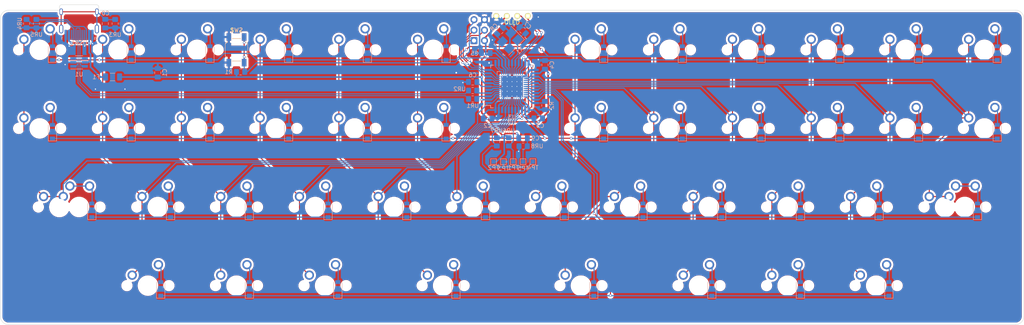
<source format=kicad_pcb>
(kicad_pcb (version 20211014) (generator pcbnew)
  (layers (0 "F.Cu" mixed) (31 "B.Cu" mixed) (34 "B.Paste" user) (35 "F.Paste" user) (36 "B.SilkS" user "B.Silkscreen") (37 "F.SilkS" user "F.Silkscreen") (38 "B.Mask" user) (39 "F.Mask" user) (44 "Edge.Cuts" user))
  (net 0 "")
  (net 1 "row0")
  (net 2 "Net-(D_SPACE1-Pad2)")
  (net 3 "Net-(D_SPACE2-Pad2)")
  (net 4 "Net-(D_SPACE3-Pad2)")
  (net 5 "Net-(D_SPACE4-Pad2)")
  (net 6 "Net-(D_SPACE5-Pad2)")
  (net 7 "Net-(D_SPACE6-Pad2)")
  (net 8 "Net-(D_SPACE8-Pad2)")
  (net 9 "Net-(D_SPACE9-Pad2)")
  (net 10 "Net-(D_SPACE10-Pad2)")
  (net 11 "Net-(D_SPACE11-Pad2)")
  (net 12 "Net-(D_SPACE12-Pad2)")
  (net 13 "Net-(D_SPACE13-Pad2)")
  (net 14 "row1")
  (net 15 "Net-(D_SPACE14-Pad2)")
  (net 16 "Net-(D_SPACE15-Pad2)")
  (net 17 "Net-(D_SPACE16-Pad2)")
  (net 18 "Net-(D_SPACE17-Pad2)")
  (net 19 "Net-(D_SPACE18-Pad2)")
  (net 20 "Net-(D_SPACE19-Pad2)")
  (net 21 "Net-(D_SPACE21-Pad2)")
  (net 22 "Net-(D_SPACE22-Pad2)")
  (net 23 "Net-(D_SPACE23-Pad2)")
  (net 24 "Net-(D_SPACE24-Pad2)")
  (net 25 "Net-(D_SPACE25-Pad2)")
  (net 26 "Net-(D_SPACE26-Pad2)")
  (net 27 "Net-(D_SPACE27-Pad2)")
  (net 28 "Net-(D_SPACE28-Pad2)")
  (net 29 "Net-(D_SPACE29-Pad2)")
  (net 30 "Net-(D_SPACE30-Pad2)")
  (net 31 "Net-(D_SPACE31-Pad2)")
  (net 32 "Net-(D_SPACE32-Pad2)")
  (net 33 "Net-(D_SPACE34-Pad2)")
  (net 34 "Net-(D_SPACE35-Pad2)")
  (net 35 "Net-(D_SPACE36-Pad2)")
  (net 36 "Net-(D_SPACE37-Pad2)")
  (net 37 "Net-(D_SPACE38-Pad2)")
  (net 38 "Net-(D_SPACE39-Pad2)")
  (net 39 "row3")
  (net 40 "Net-(D_SPACE40-Pad2)")
  (net 41 "Net-(D_SPACE41-Pad2)")
  (net 42 "Net-(D_SPACE42-Pad2)")
  (net 43 "Net-(D_SPACE43-Pad2)")
  (net 44 "Net-(D_SPACE44-Pad2)")
  (net 45 "Net-(D_SPACE45-Pad2)")
  (net 46 "Net-(D_SPACE46-Pad2)")
  (net 47 "Net-(D_SPACE47-Pad2)")
  (net 48 "VCC")
  (net 49 "col0")
  (net 50 "col1")
  (net 51 "col2")
  (net 52 "col3")
  (net 53 "col4")
  (net 54 "col5")
  (net 55 "col7")
  (net 56 "col8")
  (net 57 "col9")
  (net 58 "col10")
  (net 59 "col11")
  (net 60 "col12")
  (net 61 "RST")
  (net 62 "D-")
  (net 63 "D+")
  (net 64 "Net-(C0-Pad2)")
  (net 65 "Net-(UR4-Pad1)")
  (net 66 "Net-(UR5-Pad1)")
  (net 69 "SCL")
  (net 70 "SDA")
  (net 73 "Net-(U3-Pad3)")
  (net 74 "Net-(U3-Pad4)")
  (net 75 "SCK")
  (net 76 "MOSI")
  (net 77 "MISO")
  (net 78 "Net-(C7-Pad1)")
  (net 79 "Net-(C8-Pad1)")
  (net 80 "Net-(C6-Pad1)")
  (net 81 "Net-(R2-Pad2)")
  (net 82 "row2")
  (net 83 "PD2")
  (net 84 "PD5")
  (net 85 "GND")
  (net 86 "+5V")
  (net 87 "Net-(C9-Pad2)")
  (net 88 "Net-(U3-Pad8)")
  (net 89 "Net-(U3-Pad12)")
  (net 90 "Net-(U3-Pad42)")
  (footprint "MX_Only:MXOnly-1U-NoLED" (layer "F.Cu") (at 101.6 75.40625)
    (fp_text reference "K_SPACE30")
    (fp_text value "KEYSW")
  )
  (footprint "MX_Only:MXOnly-1.25U-NoLED" (layer "F.Cu") (at 61.11875 94.45625)
    (fp_text reference "K_SPACE40")
    (fp_text value "KEYSW")
  )
  (footprint "MX_Only:MXOnly-1U-NoLED" (layer "F.Cu") (at 120.65 75.40625)
    (fp_text reference "K_SPACE31")
    (fp_text value "KEYSW")
  )
  (footprint "MX_Only:MXOnly-1U-NoLED" (layer "F.Cu") (at 234.95 75.40625)
    (fp_text reference "K_SPACE38")
    (fp_text value "KEYSW")
  )
  (footprint "MX_Only:MXOnly-1U-NoLED" (layer "F.Cu") (at 187.325 56.35625)
    (fp_text reference "K_SPACE22")
    (fp_text value "KEYSW")
  )
  (footprint "MX_Only:MXOnly-1U-NoLED" (layer "F.Cu") (at 225.425 37.30625)
    (fp_text reference "K_SPACE11")
    (fp_text value "KEYSW")
  )
  (footprint "MX_Only:MXOnly-1U-NoLED" (layer "F.Cu") (at 254 75.40625)
    (fp_text reference "K_SPACE39")
    (fp_text value "KEYSW")
  )
  (footprint "MX_Only:MXOnly-1.25U-NoLED" (layer "F.Cu") (at 103.98125 94.45625)
    (fp_text reference "K_SPACE42")
    (fp_text value "KEYSW")
  )
  (footprint "MX_Only:MXOnly-1U-NoLED" (layer "F.Cu") (at 34.925 37.30625)
    (fp_text reference "K_SPACE1")
    (fp_text value "KEYSW")
  )
  (footprint "Button_Switch_SMD:SW_SPST_SKQG_WithoutStem" (layer "F.Cu") (at 82.55 37.30625 90)
    (fp_text reference "SW2")
    (fp_text value "SW_PUSH")
  )
  (footprint "MX_Only:MXOnly-1U-NoLED" (layer "F.Cu") (at 215.9 94.45625)
    (fp_text reference "K_SPACE46")
    (fp_text value "KEYSW")
  )
  (footprint "MX_Only:MXOnly-1U-NoLED" (layer "F.Cu") (at 244.475 37.30625)
    (fp_text reference "K_SPACE12")
    (fp_text value "KEYSW")
  )
  (footprint "MX_Only:MXOnly-1U-NoLED" (layer "F.Cu") (at 206.375 37.30625)
    (fp_text reference "K_SPACE10")
    (fp_text value "KEYSW")
  )
  (footprint "MX_Only:MXOnly-1U-NoLED" (layer "F.Cu") (at 215.9 75.40625)
    (fp_text reference "K_SPACE37")
    (fp_text value "KEYSW")
  )
  (footprint "MX_Only:MXOnly-1U-NoLED" (layer "F.Cu") (at 225.425 56.35625)
    (fp_text reference "K_SPACE24")
    (fp_text value "KEYSW")
  )
  (footprint "MX_Only:MXOnly-1U-NoLED" (layer "F.Cu") (at 187.325 37.30625)
    (fp_text reference "K_SPACE9")
    (fp_text value "KEYSW")
  )
  (footprint "MX_Only:MXOnly-1U-NoLED" (layer "F.Cu") (at 53.975 56.35625)
    (fp_text reference "K_SPACE15")
    (fp_text value "KEYSW")
  )
  (footprint "MX_Only:MXOnly-1U-NoLED" (layer "F.Cu") (at 92.075 56.35625)
    (fp_text reference "K_SPACE17")
    (fp_text value "KEYSW")
  )
  (footprint "MX_Only:MXOnly-1U-NoLED" (layer "F.Cu") (at 158.75 75.40625)
    (fp_text reference "K_SPACE34")
    (fp_text value "KEYSW")
  )
  (footprint "MX_Only:MXOnly-1U-NoLED" (layer "F.Cu") (at 82.55 94.45625)
    (fp_text reference "K_SPACE41")
    (fp_text value "KEYSW")
  )
  (footprint "MX_Only:MXOnly-1U-NoLED" (layer "F.Cu") (at 73.025 56.35625)
    (fp_text reference "K_SPACE16")
    (fp_text value "KEYSW")
  )
  (footprint "MX_Only:MXOnly-1U-NoLED" (layer "F.Cu") (at 244.475 56.35625)
    (fp_text reference "K_SPACE25")
    (fp_text value "KEYSW")
  )
  (footprint "MX_Only:MXOnly-1U-NoLED" (layer "F.Cu") (at 168.275 56.35625)
    (fp_text reference "K_SPACE21")
    (fp_text value "KEYSW")
  )
  (footprint "MX_Only:MXOnly-1U-NoLED" (layer "F.Cu") (at 63.5 75.40625)
    (fp_text reference "K_SPACE28")
    (fp_text value "KEYSW")
  )
  (footprint "MX_Only:MXOnly-1.75U-NoLED" (layer "F.Cu") (at 132.55625 94.45625)
    (fp_text reference "K_SPACE43")
    (fp_text value "KEYSW")
  )
  (footprint "MX_Only:MXOnly-1U-NoLED" (layer "F.Cu") (at 177.8 75.40625)
    (fp_text reference "K_SPACE35")
    (fp_text value "KEYSW")
  )
  (footprint "MX_Only:MXOnly-1U-NoLED" (layer "F.Cu") (at 130.175 37.30625)
    (fp_text reference "K_SPACE6")
    (fp_text value "KEYSW")
  )
  (footprint "MX_Only:MXOnly-1U-NoLED" (layer "F.Cu") (at 34.925 56.35625)
    (fp_text reference "K_SPACE14")
    (fp_text value "KEYSW")
  )
  (footprint "MX_Only:MXOnly-1.5U-NoLED" (layer "F.Cu") (at 39.6875 75.40625)
    (fp_text reference "K_SPACE7")
    (fp_text value "KEYSW")
  )
  (footprint "MX_Only:MXOnly-1U-NoLED" (layer "F.Cu") (at 73.025 37.30625)
    (fp_text reference "K_SPACE3")
    (fp_text value "KEYSW")
  )
  (footprint "MX_Only:MXOnly-1U-NoLED" (layer "F.Cu") (at 130.175 56.35625)
    (fp_text reference "K_SPACE19")
    (fp_text value "KEYSW")
  )
  (footprint "MX_Only:MXOnly-1U-NoLED" (layer "F.Cu") (at 263.525 37.30625)
    (fp_text reference "K_SPACE13")
    (fp_text value "KEYSW")
  )
  (footprint "MX_Only:MXOnly-1U-NoLED" (layer "F.Cu") (at 111.125 37.30625)
    (fp_text reference "K_SPACE5")
    (fp_text value "KEYSW")
  )
  (footprint "MX_Only:MXOnly-1U-NoLED" (layer "F.Cu") (at 263.525 56.35625)
    (fp_text reference "K_SPACE26")
    (fp_text value "KEYSW")
  )
  (footprint "MX_Only:MXOnly-1.5U-NoLED" (layer "F.Cu") (at 258.7625 75.40625)
    (fp_text reference "K_SPACE20")
    (fp_text value "KEYSW")
  )
  (footprint "MX_Only:MXOnly-1U-NoLED" (layer "F.Cu") (at 196.85 75.40625)
    (fp_text reference "K_SPACE36")
    (fp_text value "KEYSW")
  )
  (footprint "MX_Only:MXOnly-1.75U-NoLED" (layer "F.Cu") (at 165.89375 94.45625)
    (fp_text reference "K_SPACE44")
    (fp_text value "KEYSW")
  )
  (footprint "kbd:OLED_v2" (layer "F.Cu") (at 149.225 29.10125 180)
    (fp_text reference "OL1")
    (fp_text value "OLED" hide)
  )
  (footprint "MX_Only:MXOnly-1.25U-NoLED" (layer "F.Cu") (at 237.33125 94.45625)
    (fp_text reference "K_SPACE47")
    (fp_text value "KEYSW")
  )
  (footprint "MX_Only:MXOnly-1U-NoLED" (layer "F.Cu") (at 111.125 56.35625)
    (fp_text reference "K_SPACE18")
    (fp_text value "KEYSW")
  )
  (footprint "MX_Only:MXOnly-1.25U-NoLED" (layer "F.Cu") (at 194.46875 94.45625)
    (fp_text reference "K_SPACE45")
    (fp_text value "KEYSW")
  )
  (footprint "MX_Only:MXOnly-1U-NoLED" (layer "F.Cu") (at 168.275 37.30625)
    (fp_text reference "K_SPACE8")
    (fp_text value "KEYSW")
  )
  (footprint "MX_Only:MXOnly-1U-NoLED" (layer "F.Cu") (at 44.45 75.40625)
    (fp_text reference "K_SPACE27")
    (fp_text value "KEYSW")
  )
  (footprint "MX_Only:MXOnly-1U-NoLED" (layer "F.Cu") (at 139.7 75.40625)
    (fp_text reference "K_SPACE32")
    (fp_text value "KEYSW")
  )
  (footprint "MX_Only:MXOnly-1U-NoLED" (layer "F.Cu") (at 82.55 75.40625)
    (fp_text reference "K_SPACE29")
    (fp_text value "KEYSW")
  )
  (footprint "MX_Only:MXOnly-1U-NoLED" (layer "F.Cu") (at 206.375 56.35625)
    (fp_text reference "K_SPACE23")
    (fp_text value "KEYSW")
  )
  (footprint "MX_Only:MXOnly-1U-NoLED" (layer "F.Cu") (at 53.975 37.30625)
    (fp_text reference "K_SPACE2")
    (fp_text value "KEYSW")
  )
  (footprint "MX_Only:MXOnly-1U-NoLED" (layer "F.Cu") (at 92.075 37.30625)
    (fp_text reference "K_SPACE4")
    (fp_text value "KEYSW")
  )
  (footprint "Diode_SMD:D_SOD-123" (layer "B.Cu") (at 85.65063 76.2 90)
    (fp_text reference "D_SPACE29")
    (fp_text value "D")
  )
  (footprint "Resistor_SMD:R_0805_2012Metric_Pad1.20x1.40mm_HandSolder" (layer "B.Cu") (at 139.7 47.1805)
    (fp_text reference "UR2")
    (fp_text value "22")
  )
  (footprint "Crystal:Crystal_SMD_3225-4Pin_3.2x2.5mm_HandSoldering" (layer "B.Cu") (at 148.723694 35.109453 -135)
    (fp_text reference "X1")
    (fp_text value "Crystal_GND24_Small")
  )
  (footprint "Capacitor_SMD:C_0805_2012Metric_Pad1.18x1.45mm_HandSolder" (layer "B.Cu") (at 50.8 30.95625 90)
    (fp_text reference "C0")
    (fp_text value "4.7uF")
  )
  (footprint "Diode_SMD:D_SOD-123" (layer "B.Cu") (at 104.701418 76.2 90)
    (fp_text reference "D_SPACE30")
    (fp_text value "D")
  )
  (footprint "Diode_SMD:D_SOD-123" (layer "B.Cu") (at 168.995262 95.25 90)
    (fp_text reference "D_SPACE44")
    (fp_text value "D")
  )
  (footprint "Diode_SMD:D_SOD-123" (layer "B.Cu") (at 266.626512 57.15 90)
    (fp_text reference "D_SPACE26")
    (fp_text value "D")
  )
  (footprint "Diode_SMD:D_SOD-123" (layer "B.Cu") (at 190.426512 57.15 90)
    (fp_text reference "D_SPACE22")
    (fp_text value "D")
  )
  (footprint "Diode_SMD:D_SOD-123" (layer "B.Cu") (at 76.118439 57.15 90)
    (fp_text reference "D_SPACE16")
    (fp_text value "D")
  )
  (footprint "Diode_SMD:D_SOD-123" (layer "B.Cu") (at 266.626512 38.1 90)
    (fp_text reference "D_SPACE13")
    (fp_text value "D")
  )
  (footprint "Diode_SMD:D_SOD-123" (layer "B.Cu") (at 135.651081 95.25 90)
    (fp_text reference "D_SPACE43")
    (fp_text value "D")
  )
  (footprint "Diode_SMD:D_SOD-123" (layer "B.Cu") (at 197.564834 95.25 90)
    (fp_text reference "D_SPACE45")
    (fp_text value "D")
  )
  (footprint "Capacitor_SMD:C_0805_2012Metric_Pad1.18x1.45mm_HandSolder" (layer "B.Cu") (at 143.299729 53.975)
    (fp_text reference "C2")
    (fp_text value "0.1uf")
  )
  (footprint "TestPoint:TestPoint_Pad_1.0x1.0mm" (layer "B.Cu") (at 149.505764 64.418222)
    (fp_text reference "TP1")
    (fp_text value "TPCLK")
  )
  (footprint "Resistor_SMD:R_0805_2012Metric_Pad1.20x1.40mm_HandSolder" (layer "B.Cu") (at 157.1625 50.8 90)
    (fp_text reference "R2")
    (fp_text value "10k")
  )
  (footprint "Diode_SMD:D_SOD-123" (layer "B.Cu") (at 247.576512 57.15 90)
    (fp_text reference "D_SPACE25")
    (fp_text value "D")
  )
  (footprint "Package_DFN_QFN:QFN-44-1EP_7x7mm_P0.5mm_EP5.2x5.2mm_ThermalVias" (layer "B.Cu") (at 149.225 46.196072)
    (fp_text reference "U2")
    (fp_text value "ATmega32U4-M")
  )
  (footprint "Diode_SMD:D_SOD-123" (layer "B.Cu") (at 66.599842 76.2 90)
    (fp_text reference "D_SPACE28")
    (fp_text value "D")
  )
  (footprint "Diode_SMD:D_SOD-123" (layer "B.Cu") (at 261.848144 76.2 90)
    (fp_text reference "D_SPACE39")
    (fp_text value "D")
  )
  (footprint "Button_Switch_SMD:SW_SPST_SKQG_WithoutStem" (layer "B.Cu") (at 82.55 37.30625 -90)
    (fp_text reference "SW1")
    (fp_text value "SW_PUSH")
  )
  (footprint "Capacitor_SMD:C_0805_2012Metric_Pad1.18x1.45mm_HandSolder" (layer "B.Cu") (at 146.342444 32.728203 45)
    (fp_text reference "C8")
    (fp_text value "22p")
  )
  (footprint "Diode_SMD:D_SOD-123" (layer "B.Cu") (at 57.069135 38.1 90)
    (fp_text reference "D_SPACE2")
    (fp_text value "D")
  )
  (footprint "Capacitor_SMD:C_0805_2012Metric_Pad1.18x1.45mm_HandSolder" (layer "B.Cu") (at 139.7 45.098902 180)
    (fp_text reference "C6")
    (fp_text value "1uf")
  )
  (footprint "Diode_SMD:D_SOD-123" (layer "B.Cu") (at 38.019831 57.15 90)
    (fp_text reference "D_SPACE14")
    (fp_text value "D")
  )
  (footprint "Resistor_SMD:R_0805_2012Metric_Pad1.20x1.40mm_HandSolder" (layer "B.Cu") (at 53.18125 30.95625 -90)
    (fp_text reference "UR3")
    (fp_text value "1M")
  )
  (footprint "Diode_SMD:D_SOD-123" (layer "B.Cu") (at 218.991491 95.25 90)
    (fp_text reference "D_SPACE46")
    (fp_text value "D")
  )
  (footprint "Diode_SMD:D_SOD-123" (layer "B.Cu") (at 228.526512 38.1 90)
    (fp_text reference "D_SPACE11")
    (fp_text value "D")
  )
  (footprint "Capacitor_SMD:C_0805_2012Metric_Pad1.18x1.45mm_HandSolder" (layer "B.Cu") (at 157.1925 40.969456 90)
    (fp_text reference "C4")
    (fp_text value "0.1uf")
  )
  (footprint "Diode_SMD:D_SOD-123" (layer "B.Cu") (at 95.167743 38.1 90)
    (fp_text reference "D_SPACE4")
    (fp_text value "D")
  )
  (footprint "TestPoint:TestPoint_Pad_1.0x1.0mm" (layer "B.Cu") (at 147.124514 64.418222)
    (fp_text reference "TP3")
    (fp_text value "TPGND")
  )
  (footprint "Diode_SMD:D_SOD-123" (layer "B.Cu") (at 171.376512 38.1 90)
    (fp_text reference "D_SPACE8")
    (fp_text value "D")
  )
  (footprint "Capacitor_SMD:C_0805_2012Metric_Pad1.18x1.45mm_HandSolder" (layer "B.Cu") (at 63.5 42.868364 90)
    (fp_text reference "C1")
    (fp_text value "10uF")
  )
  (footprint "TestPoint:TestPoint_Pad_1.0x1.0mm" (layer "B.Cu") (at 144.743264 64.418222)
    (fp_text reference "TP2")
    (fp_text value "TPVCC")
  )
  (footprint "Diode_SMD:D_SOD-123" (layer "B.Cu") (at 133.266352 57.15 90)
    (fp_text reference "D_SPACE19")
    (fp_text value "D")
  )
  (footprint "Diode_SMD:D_SOD-123" (layer "B.Cu") (at 107.081092 95.25 90)
    (fp_text reference "D_SPACE42")
    (fp_text value "D")
  )
  (footprint "Resistor_SMD:R_0805_2012Metric_Pad1.20x1.40mm_HandSolder" (layer "B.Cu") (at 31.75 30.95625 -90)
    (fp_text reference "UR4")
    (fp_text value "5.1k")
  )
  (footprint "Diode_SMD:D_SOD-123" (layer "B.Cu") (at 247.576512 38.1 90)
    (fp_text reference "D_SPACE12")
    (fp_text value "D")
  )
  (footprint "Diode_SMD:D_SOD-123" (layer "B.Cu") (at 209.476512 57.15 90)
    (fp_text reference "D_SPACE23")
    (fp_text value "D")
  )
  (footprint "Capacitor_SMD:C_0805_2012Metric_Pad1.18x1.45mm_HandSolder" (layer "B.Cu") (at 151.887014 58.7375)
    (fp_text reference "C9")
    (fp_text value "2.2uF")
  )
  (footprint "Resistor_SMD:R_0805_2012Metric_Pad1.20x1.40mm_HandSolder" (layer "B.Cu") (at 151.917014 60.669292 180)
    (fp_text reference "UR8")
    (fp_text value "100k")
  )
  (footprint "TestPoint:TestPoint_Pad_1.0x1.0mm" (layer "B.Cu") (at 151.887014 64.418222)
    (fp_text reference "TP5")
    (fp_text value "TPRST")
  )
  (footprint "Diode_SMD:D_SOD-123" (layer "B.Cu") (at 161.853782 76.2 90)
    (fp_text reference "D_SPACE34")
    (fp_text value "D")
  )
  (footprint "Diode_SMD:D_SOD-123" (layer "B.Cu") (at 199.955358 76.2 90)
    (fp_text reference "D_SPACE36")
    (fp_text value "D")
  )
  (footprint "Resistor_SMD:R_0805_2012Metric_Pad1.20x1.40mm_HandSolder" (layer "B.Cu") (at 34.13125 30.95625 -90)
    (fp_text reference "UR5")
    (fp_text value "5.1k")
  )
  (footprint "Type-C:HRO-TYPE-C-31-M-12-HandSoldering" (layer "B.Cu") (at 44.45 25.4886)
    (fp_text reference "USB1")
    (fp_text value "HRO-TYPE-C-31-M-12")
  )
  (footprint "Diode_SMD:D_SOD-123" (layer "B.Cu") (at 142.802994 76.2 90)
    (fp_text reference "D_SPACE32")
    (fp_text value "D")
  )
  (footprint "Diode_SMD:D_SOD-123" (layer "B.Cu") (at 76.118439 38.1 90)
    (fp_text reference "D_SPACE3")
    (fp_text value "D")
  )
  (footprint "Diode_SMD:D_SOD-123" (layer "B.Cu") (at 228.526512 57.15 90)
    (fp_text reference "D_SPACE24")
    (fp_text value "D")
  )
  (footprint "Connector_IDC:IDC-Header_2x03_P2.54mm_Vertical" (layer "B.Cu") (at 140.0175 35.08375)
    (fp_text reference "J1")
    (fp_text value "AVR-ISP-6")
  )
  (footprint "Diode_SMD:D_SOD-123" (layer "B.Cu") (at 123.752206 76.2 90)
    (fp_text reference "D_SPACE31")
    (fp_text value "D")
  )
  (footprint "Diode_SMD:D_SOD-123" (layer "B.Cu") (at 219.006146 76.2 90)
    (fp_text reference "D_SPACE37")
    (fp_text value "D")
  )
  (footprint "TestPoint:TestPoint_Pad_1.0x1.0mm" (layer "B.Cu") (at 154.268264 64.418222)
    (fp_text reference "TP4")
    (fp_text value "TPDATA")
  )
  (footprint "Package_TO_SOT_SMD:SOT-23-6_Handsoldering" (layer "B.Cu") (at 44.45 40.351474)
    (fp_text reference "U1")
    (fp_text value "SRV05-4")
  )
  (footprint "Package_QFP:TQFP-44_10x10mm_P0.8mm" (layer "B.Cu") (at 149.225 46.196072)
    (fp_text reference "U3")
    (fp_text value "ATmega32U4-M")
  )
  (footprint "Resistor_SMD:R_0805_2012Metric_Pad1.20x1.40mm_HandSolder" (layer "B.Cu") (at 145.539373 59.613028 90)
    (fp_text reference "UR7")
    (fp_text value "4.7k")
  )
  (footprint "Capacitor_SMD:C_0805_2012Metric_Pad1.18x1.45mm_HandSolder" (layer "B.Cu") (at 151.776695 32.606204 135)
    (fp_text reference "C7")
    (fp_text value "22p")
  )
  (footprint "Diode_SMD:D_SOD-123" (layer "B.Cu") (at 238.05694 76.2 90)
    (fp_text reference "D_SPACE38")
    (fp_text value "D")
  )
  (footprint "Diode_SMD:D_SOD-123" (layer "B.Cu") (at 209.476512 38.1 90)
    (fp_text reference "D_SPACE10")
    (fp_text value "D")
  )
  (footprint "Diode_SMD:D_SOD-123" (layer "B.Cu") (at 133.266352 38.1 90)
    (fp_text reference "D_SPACE6")
    (fp_text value "D")
  )
  (footprint "Fuse:Fuse_1206_3216Metric_Pad1.42x1.75mm_HandSolder" (layer "B.Cu") (at 52.55379 43.901819)
    (fp_text reference "F1")
    (fp_text value "Polyfuse_Small")
  )
  (footprint "Diode_SMD:D_SOD-123" (layer "B.Cu") (at 114.217047 38.1 90)
    (fp_text reference "D_SPACE5")
    (fp_text value "D")
  )
  (footprint "Diode_SMD:D_SOD-123" (layer "B.Cu") (at 47.548589 76.2 90)
    (fp_text reference "D_SPACE27")
    (fp_text value "D")
  )
  (footprint "Diode_SMD:D_SOD-123" (layer "B.Cu") (at 85.666961 95.25 90)
    (fp_text reference "D_SPACE41")
    (fp_text value "D")
  )
  (footprint "Diode_SMD:D_SOD-123" (layer "B.Cu") (at 180.90457 76.2 90)
    (fp_text reference "D_SPACE35")
    (fp_text value "D")
  )
  (footprint "Diode_SMD:D_SOD-123" (layer "B.Cu") (at 171.376512 57.15 90)
    (fp_text reference "D_SPACE21")
    (fp_text value "D")
  )
  (footprint "Diode_SMD:D_SOD-123" (layer "B.Cu") (at 114.217047 57.15 90)
    (fp_text reference "D_SPACE18")
    (fp_text value "D")
  )
  (footprint "Diode_SMD:D_SOD-123" (layer "B.Cu") (at 190.426512 38.1 90)
    (fp_text reference "D_SPACE9")
    (fp_text value "D")
  )
  (footprint "Resistor_SMD:R_0805_2012Metric_Pad1.20x1.40mm_HandSolder" (layer "B.Cu") (at 139.7 49.2125)
    (fp_text reference "UR1")
    (fp_text value "22")
  )
  (footprint "Resistor_SMD:R_0805_2012Metric_Pad1.20x1.40mm_HandSolder" (layer "B.Cu") (at 83.55 42.658741 180)
    (fp_text reference "R1")
    (fp_text value "10k")
  )
  (footprint "Diode_SMD:D_SOD-123" (layer "B.Cu") (at 95.167743 57.15 90)
    (fp_text reference "D_SPACE17")
    (fp_text value "D")
  )
  (footprint "Diode_SMD:D_SOD-123" (layer "B.Cu") (at 57.069135 57.15 90)
    (fp_text reference "D_SPACE15")
    (fp_text value "D")
  )
  (footprint "Resistor_SMD:R_0805_2012Metric_Pad1.20x1.40mm_HandSolder" (layer "B.Cu") (at 148.43125 59.613028 -90)
    (fp_text reference "UR6")
    (fp_text value "4.7k")
  )
  (footprint "Diode_SMD:D_SOD-123" (layer "B.Cu") (at 38.019831 38.1 90)
    (fp_text reference "D_SPACE1")
    (fp_text value "D")
  )
  (footprint "Capacitor_SMD:C_0805_2012Metric_Pad1.18x1.45mm_HandSolder" (layer "B.Cu") (at 142.875 38.1 180)
    (fp_text reference "C5")
    (fp_text value "0.1uf")
  )
  (footprint "Capacitor_SMD:C_0805_2012Metric_Pad1.18x1.45mm_HandSolder" (layer "B.Cu") (at 155.575 53.934251 180)
    (fp_text reference "C3")
    (fp_text value "0.1uf")
  )
  (footprint "Diode_SMD:D_SOD-123" (layer "B.Cu") (at 64.212329 95.25 90)
    (fp_text reference "D_SPACE40")
    (fp_text value "D")
  )
  (footprint "Diode_SMD:D_SOD-123" (layer "B.Cu") (at 240.41272 95.25 90)
    (fp_text reference "D_SPACE47")
    (fp_text value "D")
  )
  (gr_curve (pts (xy 48.713455 26.405375) (xy 48.713455 26.405375) (xy 40.213436 26.405375) (xy 40.213436 26.405375)) (layer "Edge.Cuts") (width 0.09))
  (gr_curve (pts (xy 271.063342 103.905382) (xy 271.063342 103.905382) (xy 271.063449 103.905382) (xy 271.063449 103.905382)) (layer "Edge.Cuts") (width 0.09))
  (gr_curve (pts (xy 273.063435 101.905375) (xy 273.063435 101.905375) (xy 273.063435 29.705367) (xy 273.063435 29.705367)) (layer "Edge.Cuts") (width 0.09))
  (gr_curve (pts (xy 27.413334 103.905382) (xy 27.413334 103.905382) (xy 27.413442 103.905382) (xy 27.413442 103.905382)) (layer "Edge.Cuts") (width 0.09))
  (gr_curve (pts (xy 25.413327 101.905375) (xy 25.413327 103.009937) (xy 26.308772 103.905382) (xy 27.413334 103.905382)) (layer "Edge.Cuts") (width 0.09))
  (gr_curve (pts (xy 39.713445 27.546751) (xy 39.71201 27.561194) (xy 39.705107 27.612951) (xy 39.661407 27.655579)) (layer "Edge.Cuts") (width 0.09))
  (gr_curve (pts (xy 49.213446 27.550433) (xy 49.213446 27.550433) (xy 49.213446 26.905366) (xy 49.213446 26.905366)) (layer "Edge.Cuts") (width 0.09))
  (gr_curve (pts (xy 271.063449 103.905382) (xy 272.168012 103.905382) (xy 273.063435 103.009937) (xy 273.063435 101.905375)) (layer "Edge.Cuts") (width 0.09))
  (gr_curve (pts (xy 49.362102 27.705382) (xy 49.350841 27.704569) (xy 49.294387 27.699331) (xy 49.252352 27.650966)) (layer "Edge.Cuts") (width 0.09))
  (gr_curve (pts (xy 25.413327 29.705367) (xy 25.413327 29.705367) (xy 25.413327 101.905375) (xy 25.413327 101.905375)) (layer "Edge.Cuts") (width 0.09))
  (gr_curve (pts (xy 271.063342 27.705382) (xy 271.063342 27.705382) (xy 49.362102 27.705382) (xy 49.362102 27.705382)) (layer "Edge.Cuts") (width 0.09))
  (gr_curve (pts (xy 40.213436 26.405375) (xy 39.937312 26.405375) (xy 39.713445 26.629242) (xy 39.713445 26.905366)) (layer "Edge.Cuts") (width 0.09))
  (gr_curve (pts (xy 27.413334 27.705382) (xy 26.308772 27.705382) (xy 25.413327 28.600805) (xy 25.413327 29.705367)) (layer "Edge.Cuts") (width 0.09))
  (gr_curve (pts (xy 273.063435 29.705367) (xy 273.063435 28.600805) (xy 272.168012 27.705382) (xy 271.063449 27.705382)) (layer "Edge.Cuts") (width 0.09))
  (gr_curve (pts (xy 49.252352 27.650966) (xy 49.216787 27.610044) (xy 49.213826 27.563891) (xy 49.213446 27.550433)) (layer "Edge.Cuts") (width 0.09))
  (gr_curve (pts (xy 27.413442 27.705382) (xy 27.413442 27.705382) (xy 27.413334 27.705382) (xy 27.413334 27.705382)) (layer "Edge.Cuts") (width 0.09))
  (gr_curve (pts (xy 39.713445 26.905366) (xy 39.713445 26.905366) (xy 39.713445 27.546751) (xy 39.713445 27.546751)) (layer "Edge.Cuts") (width 0.09))
  (gr_curve (pts (xy 39.535971 27.705382) (xy 39.535971 27.705382) (xy 27.413442 27.705382) (xy 27.413442 27.705382)) (layer "Edge.Cuts") (width 0.09))
  (gr_curve (pts (xy 271.063449 27.705382) (xy 271.063449 27.705382) (xy 271.063342 27.705382) (xy 271.063342 27.705382)) (layer "Edge.Cuts") (width 0.09))
  (gr_curve (pts (xy 49.213446 26.905366) (xy 49.213446 26.629242) (xy 48.98958 26.405375) (xy 48.713455 26.405375)) (layer "Edge.Cuts") (width 0.09))
  (gr_curve (pts (xy 27.413442 103.905382) (xy 27.413442 103.905382) (xy 271.063342 103.905382) (xy 271.063342 103.905382)) (layer "Edge.Cuts") (width 0.09))
  (gr_curve (pts (xy 39.661407 27.655579) (xy 39.610791 27.704951) (xy 39.548296 27.705522) (xy 39.535971 27.705382)) (layer "Edge.Cuts") (width 0.09))
  (segment (start 39.615683 39.74011) (end 49.333586 39.74011) (width 0.254) (layer "F.Cu") (net 1))
  (segment (start 49.333586 39.74011) (end 49.356133 39.762657) (width 0.254) (layer "F.Cu") (net 1))
  (segment (start 155.575 36.5125) (end 138.90625 36.5125) (width 0.254) (layer "F.Cu") (net 1))
  (segment (start 156.36875 37.30625) (end 155.575 36.5125) (width 0.254) (layer "F.Cu") (net 1))
  (segment (start 138.90625 36.5125) (end 138.1125 37.30625) (width 0.254) (layer "F.Cu") (net 1))
  (via (at 156.36875 37.30625) (size 0.6) (drill 0.4) (layers "F.Cu" "B.Cu") (net 1))
  (via (at 49.356133 39.762657) (size 0.6) (drill 0.4) (layers "F.Cu" "B.Cu") (net 1))
  (via (at 39.615683 39.74011) (size 0.6) (drill 0.4) (layers "F.Cu" "B.Cu") (net 1))
  (via (at 138.1125 37.30625) (size 0.6) (drill 0.4) (layers "F.Cu" "B.Cu") (net 1))
  (segment (start 152.425 39.71325) (end 153.2445 38.89375) (width 0.254) (layer "B.Cu") (net 1))
  (segment (start 152.425 40.496072) (end 152.425 41.138232) (width 0.254) (layer "B.Cu") (net 1))
  (segment (start 87.375 39.75) (end 133.35 39.75) (width 0.254) (layer "B.Cu") (net 1))
  (segment (start 38.1 39.75) (end 39.605793 39.75) (width 0.254) (layer "B.Cu") (net 1))
  (segment (start 157.95625 38.89375) (end 165.89375 38.89375) (width 0.254) (layer "B.Cu") (net 1))
  (segment (start 165.89375 38.89375) (end 166.75 39.75) (width 0.254) (layer "B.Cu") (net 1))
  (segment (start 79.538989 38.17923) (end 85.80423 38.17923) (width 0.254) (layer "B.Cu") (net 1))
  (segment (start 138.028926 37.30625) (end 135.585176 39.75) (width 0.254) (layer "B.Cu") (net 1))
  (segment (start 153.2445 38.89375) (end 157.95625 38.89375) (width 0.254) (layer "B.Cu") (net 1))
  (segment (start 138.1125 37.30625) (end 138.028926 37.30625) (width 0.254) (layer "B.Cu") (net 1))
  (segment (start 152.425 40.496072) (end 152.425 39.71325) (width 0.254) (layer "B.Cu") (net 1))
  (segment (start 39.605793 39.75) (end 39.615683 39.74011) (width 0.254) (layer "B.Cu") (net 1))
  (segment (start 152.425 41.138232) (end 151.225 42.338232) (width 0.254) (layer "B.Cu") (net 1))
  (segment (start 151.225 42.338232) (end 151.225 42.858572) (width 0.254) (layer "B.Cu") (net 1))
  (segment (start 156.36875 37.30625) (end 157.95625 38.89375) (width 0.254) (layer "B.Cu") (net 1))
  (segment (start 166.75 39.75) (end 266.7 39.75) (width 0.254) (layer "B.Cu") (net 1))
  (segment (start 49.356133 39.762657) (end 49.36879 39.75) (width 0.254) (layer "B.Cu") (net 1))
  (segment (start 135.585176 39.75) (end 133.266352 39.75) (width 0.254) (layer "B.Cu") (net 1))
  (segment (start 77.968219 39.75) (end 79.538989 38.17923) (width 0.254) (layer "B.Cu") (net 1))
  (segment (start 85.80423 38.17923) (end 87.375 39.75) (width 0.254) (layer "B.Cu") (net 1))
  (segment (start 49.36879 39.75) (end 77.968219 39.75) (width 0.254) (layer "B.Cu") (net 1))
  (segment (start 38.1 36.45) (end 38.1 32.86125) (width 0.254) (layer "B.Cu") (net 2))
  (segment (start 57.15 36.45) (end 57.15 32.86125) (width 0.254) (layer "B.Cu") (net 3))
  (segment (start 76.2 36.45) (end 76.2 32.86125) (width 0.254) (layer "B.Cu") (net 4))
  (segment (start 95.25 36.45) (end 95.25 32.86125) (width 0.254) (layer "B.Cu") (net 5))
  (segment (start 114.3 36.45) (end 114.3 32.86125) (width 0.254) (layer "B.Cu") (net 6))
  (segment (start 133.35 36.45) (end 133.35 32.86125) (width 0.254) (layer "B.Cu") (net 7))
  (segment (start 171.45 36.45) (end 171.45 32.86125) (width 0.254) (layer "B.Cu") (net 8))
  (segment (start 190.5 36.45) (end 190.5 32.86125) (width 0.254) (layer "B.Cu") (net 9))
  (segment (start 209.55 36.45) (end 209.55 32.86125) (width 0.254) (layer "B.Cu") (net 10))
  (segment (start 228.6 36.45) (end 228.6 32.86125) (width 0.254) (layer "B.Cu") (net 11))
  (segment (start 247.65 36.45) (end 247.65 32.86125) (width 0.254) (layer "B.Cu") (net 12))
  (segment (start 266.7 36.45) (end 266.7 32.86125) (width 0.254) (layer "B.Cu") (net 13))
  (segment (start 134.9375 58.7375) (end 163.5125 58.7375) (width 0.254) (layer "F.Cu") (net 14))
  (via (at 157.1625 58.7375) (size 0.6) (drill 0.4) (layers "F.Cu" "B.Cu") (net 14))
  (via (at 163.5125 58.7375) (size 0.6) (drill 0.4) (layers "F.Cu" "B.Cu") (net 14))
  (via (at 134.9375 58.7375) (size 0.6) (drill 0.4) (layers "F.Cu" "B.Cu") (net 14))
  (segment (start 133.35 58.8) (end 114.3 58.8) (width 0.254) (layer "B.Cu") (net 14))
  (segment (start 151.625 51.258134) (end 151.625 51.896072) (width 0.254) (layer "B.Cu") (net 14))
  (segment (start 266.7 58.8) (end 247.65 58.8) (width 0.254) (layer "B.Cu") (net 14))
  (segment (start 157.1625 58.7375) (end 157.1625 58.593436) (width 0.254) (layer "B.Cu") (net 14))
  (segment (start 151.625 53.055936) (end 151.625 51.896072) (width 0.254) (layer "B.Cu") (net 14))
  (segment (start 114.3 58.8) (end 95.25 58.8) (width 0.254) (layer "B.Cu") (net 14))
  (segment (start 150.725 49.533572) (end 150.725 50.358134) (width 0.254) (layer "B.Cu") (net 14))
  (segment (start 133.35 58.8) (end 134.875 58.8) (width 0.254) (layer "B.Cu") (net 14))
  (segment (start 157.1625 58.593436) (end 151.625 53.055936) (width 0.254) (layer "B.Cu") (net 14))
  (segment (start 163.575 58.8) (end 171.45 58.8) (width 0.254) (layer "B.Cu") (net 14))
  (segment (start 134.875 58.8) (end 134.9375 58.7375) (width 0.254) (layer "B.Cu") (net 14))
  (segment (start 209.55 58.8) (end 190.5 58.8) (width 0.254) (layer "B.Cu") (net 14))
  (segment (start 190.5 58.8) (end 171.45 58.8) (width 0.254) (layer "B.Cu") (net 14))
  (segment (start 95.25 58.8) (end 76.2 58.8) (width 0.254) (layer "B.Cu") (net 14))
  (segment (start 228.6 58.8) (end 209.55 58.8) (width 0.254) (layer "B.Cu") (net 14))
  (segment (start 57.15 58.8) (end 38.1 58.8) (width 0.254) (layer "B.Cu") (net 14))
  (segment (start 247.65 58.8) (end 228.6 58.8) (width 0.254) (layer "B.Cu") (net 14))
  (segment (start 76.2 58.8) (end 57.15 58.8) (width 0.254) (layer "B.Cu") (net 14))
  (segment (start 150.725 50.358134) (end 151.625 51.258134) (width 0.254) (layer "B.Cu") (net 14))
  (segment (start 163.5125 58.7375) (end 163.575 58.8) (width 0.254) (layer "B.Cu") (net 14))
  (segment (start 38.1 55.5) (end 38.1 51.91125) (width 0.254) (layer "B.Cu") (net 15))
  (segment (start 57.15 55.5) (end 57.15 51.91125) (width 0.254) (layer "B.Cu") (net 16))
  (segment (start 76.2 55.5) (end 76.2 51.91125) (width 0.254) (layer "B.Cu") (net 17))
  (segment (start 95.25 55.5) (end 95.25 51.91125) (width 0.254) (layer "B.Cu") (net 18))
  (segment (start 114.3 55.5) (end 114.3 51.91125) (width 0.254) (layer "B.Cu") (net 19))
  (segment (start 133.35 55.5) (end 133.35 51.91125) (width 0.254) (layer "B.Cu") (net 20))
  (segment (start 171.45 55.5) (end 171.45 51.91125) (width 0.254) (layer "B.Cu") (net 21))
  (segment (start 190.5 55.5) (end 190.5 51.91125) (width 0.254) (layer "B.Cu") (net 22))
  (segment (start 209.55 55.5) (end 209.55 51.91125) (width 0.254) (layer "B.Cu") (net 23))
  (segment (start 228.6 55.5) (end 228.6 51.91125) (width 0.254) (layer "B.Cu") (net 24))
  (segment (start 247.65 55.5) (end 247.65 51.91125) (width 0.254) (layer "B.Cu") (net 25))
  (segment (start 266.7 55.5) (end 266.7 51.91125) (width 0.254) (layer "B.Cu") (net 26))
  (segment (start 46.99 70.32625) (end 42.2275 70.32625) (width 0.254) (layer "B.Cu") (net 27))
  (segment (start 47.625 74.55) (end 47.625 70.96125) (width 0.254) (layer "B.Cu") (net 27))
  (segment (start 66.675 74.55) (end 66.675 70.96125) (width 0.254) (layer "B.Cu") (net 28))
  (segment (start 85.725 74.55) (end 85.725 70.96125) (width 0.254) (layer "B.Cu") (net 29))
  (segment (start 104.775 74.55) (end 104.775 70.96125) (width 0.254) (layer "B.Cu") (net 30))
  (segment (start 123.825 74.55) (end 123.825 70.96125) (width 0.254) (layer "B.Cu") (net 31))
  (segment (start 142.875 74.55) (end 142.875 70.96125) (width 0.254) (layer "B.Cu") (net 32))
  (segment (start 161.925 74.55) (end 161.925 70.96125) (width 0.254) (layer "B.Cu") (net 33))
  (segment (start 180.975 74.55) (end 180.975 70.96125) (width 0.254) (layer "B.Cu") (net 34))
  (segment (start 200.025 74.55) (end 200.025 70.96125) (width 0.254) (layer "B.Cu") (net 35))
  (segment (start 219.075 74.55) (end 219.075 70.96125) (width 0.254) (layer "B.Cu") (net 36))
  (segment (start 238.125 74.55) (end 238.125 70.96125) (width 0.254) (layer "B.Cu") (net 37))
  (segment (start 256.54 70.32625) (end 261.3025 70.32625) (width 0.254) (layer "B.Cu") (net 38))
  (segment (start 261.9375 74.55) (end 261.9375 70.96125) (width 0.254) (layer "B.Cu") (net 38))
  (segment (start 173.0375 80.9625) (end 169.079475 77.004475) (width 0.254) (layer "F.Cu") (net 39))
  (segment (start 173.0375 96.8375) (end 173.0375 80.9625) (width 0.254) (layer "F.Cu") (net 39))
  (via (at 169.079475 77.004475) (size 0.6) (drill 0.4) (layers "F.Cu" "B.Cu") (net 39))
  (via (at 173.0375 96.8375) (size 0.6) (drill 0.4) (layers "F.Cu" "B.Cu") (net 39))
  (segment (start 240.50625 96.9) (end 219.075 96.9) (width 0.254) (layer "B.Cu") (net 39))
  (segment (start 219.075 96.9) (end 197.64375 96.9) (width 0.254) (layer "B.Cu") (net 39))
  (segment (start 169.079475 77.004475) (end 169.06875 76.99375) (width 0.254) (layer "B.Cu") (net 39))
  (segment (start 161.170165 49.681043) (end 159.308874 47.819752) (width 0.254) (layer "B.Cu") (net 39))
  (segment (start 169.06875 67.46875) (end 161.170165 59.570165) (width 0.254) (layer "B.Cu") (net 39))
  (segment (start 157.341062 47.819752) (end 155.764742 49.396072) (width 0.254) (layer "B.Cu") (net 39))
  (segment (start 107.15625 96.9) (end 85.725 96.9) (width 0.254) (layer "B.Cu") (net 39))
  (segment (start 135.73125 96.9) (end 107.15625 96.9) (width 0.254) (layer "B.Cu") (net 39))
  (segment (start 153.08284 48.196072) (end 154.28284 49.396072) (width 0.254) (layer "B.Cu") (net 39))
  (segment (start 161.170165 59.570165) (end 161.170165 49.681043) (width 0.254) (layer "B.Cu") (net 39))
  (segment (start 169.06875 76.99375) (end 169.06875 67.46875) (width 0.254) (layer "B.Cu") (net 39))
  (segment (start 159.308874 47.819752) (end 157.341062 47.819752) (width 0.254) (layer "B.Cu") (net 39))
  (segment (start 169.06875 96.9) (end 135.73125 96.9) (width 0.254) (layer "B.Cu") (net 39))
  (segment (start 154.28284 49.396072) (end 154.925 49.396072) (width 0.254) (layer "B.Cu") (net 39))
  (segment (start 152.5625 48.196072) (end 153.08284 48.196072) (width 0.254) (layer "B.Cu") (net 39))
  (segment (start 197.64375 96.9) (end 169.06875 96.9) (width 0.254) (layer "B.Cu") (net 39))
  (segment (start 155.764742 49.396072) (end 154.925 49.396072) (width 0.254) (layer "B.Cu") (net 39))
  (segment (start 85.725 96.9) (end 64.29375 96.9) (width 0.254) (layer "B.Cu") (net 39))
  (segment (start 64.29375 93.6) (end 64.29375 90.01125) (width 0.254) (layer "B.Cu") (net 40))
  (segment (start 85.725 93.6) (end 85.725 90.01125) (width 0.254) (layer "B.Cu") (net 41))
  (segment (start 107.15625 93.6) (end 107.15625 90.01125) (width 0.254) (layer "B.Cu") (net 42))
  (segment (start 135.73125 93.6) (end 135.73125 90.01125) (width 0.254) (layer "B.Cu") (net 43))
  (segment (start 169.06875 93.6) (end 169.06875 90.01125) (width 0.254) (layer "B.Cu") (net 44))
  (segment (start 197.64375 93.6) (end 197.64375 90.01125) (width 0.254) (layer "B.Cu") (net 45))
  (segment (start 219.075 93.6) (end 219.075 90.01125) (width 0.254) (layer "B.Cu") (net 46))
  (segment (start 240.50625 93.6) (end 240.50625 90.01125) (width 0.254) (layer "B.Cu") (net 47))
  (segment (start 42.582745 35.666139) (end 46.851708 35.666139) (width 0.381) (layer "F.Cu") (net 48))
  (via (at 42.582745 35.666139) (size 0.6) (drill 0.3) (layers "F.Cu" "B.Cu") (net 48))
  (via (at 46.851708 35.666139) (size 0.6) (drill 0.3) (layers "F.Cu" "B.Cu") (net 48))
  (segment (start 49.642142 43.901819) (end 50.85379 43.901819) (width 0.381) (layer "B.Cu") (net 48))
  (segment (start 47.235199 38.338779) (end 47.235199 41.494876) (width 0.381) (layer "B.Cu") (net 48))
  (segment (start 46.9 38.00358) (end 47.235199 38.338779) (width 0.381) (layer "B.Cu") (net 48))
  (segment (start 45.8 40.351474) (end 46.639822 40.351474) (width 0.381) (layer "B.Cu") (net 48))
  (segment (start 46.9 33.6836) (end 46.9 38.00358) (width 0.381) (layer "B.Cu") (net 48))
  (segment (start 42 33.6836) (end 42 35.083394) (width 0.381) (layer "B.Cu") (net 48))
  (segment (start 47.235199 39.756097) (end 47.235199 39.283551) (width 0.381) (layer "B.Cu") (net 48))
  (segment (start 46.639822 40.351474) (end 47.235199 39.756097) (width 0.381) (layer "B.Cu") (net 48))
  (segment (start 47.235199 41.494876) (end 49.642142 43.901819) (width 0.381) (layer "B.Cu") (net 48))
  (segment (start 42 35.083394) (end 42.582745 35.666139) (width 0.381) (layer "B.Cu") (net 48))
  (segment (start 31.115 34.76625) (end 31.115 53.81625) (width 0.254) (layer "F.Cu") (net 49))
  (segment (start 31.115 68.10375) (end 35.8775 72.86625) (width 0.254) (layer "F.Cu") (net 49))
  (segment (start 35.8775 72.86625) (end 40.64 72.86625) (width 0.254) (layer "F.Cu") (net 49))
  (segment (start 31.115 53.81625) (end 31.115 68.10375) (width 0.254) (layer "F.Cu") (net 49))
  (segment (start 131.824993 64.231256) (end 46.337063 64.231256) (width 0.254) (layer "B.Cu") (net 49))
  (segment (start 144.439871 50.196072) (end 143.525 50.196072) (width 0.254) (layer "B.Cu") (net 49))
  (segment (start 145.8875 48.748443) (end 144.439871 50.196072) (width 0.254) (layer "B.Cu") (net 49))
  (segment (start 140.891329 55.16492) (end 131.824993 64.231256) (width 0.254) (layer "B.Cu") (net 49))
  (segment (start 40.64 69.928319) (end 40.64 72.86625) (width 0.254) (layer "B.Cu") (net 49))
  (segment (start 143.525 50.196072) (end 140.891329 52.829743) (width 0.254) (layer "B.Cu") (net 49))
  (segment (start 140.891329 52.829743) (end 140.891329 55.16492) (width 0.254) (layer "B.Cu") (net 49))
  (segment (start 145.8875 48.696072) (end 145.8875 48.748443) (width 0.254) (layer "B.Cu") (net 49))
  (segment (start 46.337063 64.231256) (end 40.64 69.928319) (width 0.254) (layer "B.Cu") (net 49))
  (segment (start 59.69 72.86625) (end 59.69 89.535) (width 0.254) (layer "F.Cu") (net 50))
  (segment (start 50.165 53.81625) (end 50.165 63.34125) (width 0.254) (layer "F.Cu") (net 50))
  (segment (start 50.165 34.76625) (end 50.165 53.81625) (width 0.254) (layer "F.Cu") (net 50))
  (segment (start 59.69 89.535) (end 57.30875 91.91625) (width 0.254) (layer "F.Cu") (net 50))
  (segment (start 50.165 63.34125) (end 59.69 72.86625) (width 0.254) (layer "F.Cu") (net 50))
  (segment (start 147.625 51.896072) (end 147.625 53.582662) (width 0.254) (layer "B.Cu") (net 50))
  (segment (start 147.625 51.11325) (end 147.625 51.896072) (width 0.254) (layer "B.Cu") (net 50))
  (segment (start 67.919074 64.637176) (end 59.69 72.86625) (width 0.254) (layer "B.Cu") (net 50))
  (segment (start 147.625 53.582662) (end 146.022408 55.185254) (width 0.254) (layer "B.Cu") (net 50))
  (segment (start 141.445053 55.185254) (end 131.993131 64.637176) (width 0.254) (layer "B.Cu") (net 50))
  (segment (start 131.993131 64.637176) (end 67.919074 64.637176) (width 0.254) (layer "B.Cu") (net 50))
  (segment (start 146.022408 55.185254) (end 141.445053 55.185254) (width 0.254) (layer "B.Cu") (net 50))
  (segment (start 148.225 50.51325) (end 147.625 51.11325) (width 0.254) (layer "B.Cu") (net 50))
  (segment (start 148.225 49.533572) (end 148.225 50.51325) (width 0.254) (layer "B.Cu") (net 50))
  (segment (start 69.215 53.81625) (end 69.215 63.34125) (width 0.254) (layer "F.Cu") (net 51))
  (segment (start 78.74 72.86625) (end 78.74 91.91625) (width 0.254) (layer "F.Cu") (net 51))
  (segment (start 69.215 63.34125) (end 78.74 72.86625) (width 0.254) (layer "F.Cu") (net 51))
  (segment (start 69.215 34.76625) (end 69.215 53.81625) (width 0.254) (layer "F.Cu") (net 51))
  (segment (start 148.425 51.896072) (end 148.425 53.35672) (width 0.254) (layer "B.Cu") (net 51))
  (segment (start 86.563154 65.043096) (end 78.74 72.86625) (width 0.254) (layer "B.Cu") (net 51))
  (segment (start 148.725 49.533572) (end 148.725 50.592072) (width 0.254) (layer "B.Cu") (net 51))
  (segment (start 148.425 53.35672) (end 146.190546 55.591174) (width 0.254) (layer "B.Cu") (net 51))
  (segment (start 148.725 50.592072) (end 148.425 50.892072) (width 0.254) (layer "B.Cu") (net 51))
  (segment (start 141.61319 55.591174) (end 132.161268 65.043096) (width 0.254) (layer "B.Cu") (net 51))
  (segment (start 132.161268 65.043096) (end 86.563154 65.043096) (width 0.254) (layer "B.Cu") (net 51))
  (segment (start 146.190546 55.591174) (end 141.61319 55.591174) (width 0.254) (layer "B.Cu") (net 51))
  (segment (start 148.425 50.892072) (end 148.425 51.896072) (width 0.254) (layer "B.Cu") (net 51))
  (segment (start 97.79 72.86625) (end 97.79 89.535) (width 0.254) (layer "F.Cu") (net 52))
  (segment (start 88.265 34.76625) (end 88.265 53.81625) (width 0.254) (layer "F.Cu") (net 52))
  (segment (start 88.265 63.34125) (end 97.79 72.86625) (width 0.254) (layer "F.Cu") (net 52))
  (segment (start 97.79 89.535) (end 100.17125 91.91625) (width 0.254) (layer "F.Cu") (net 52))
  (segment (start 88.265 53.81625) (end 88.265 63.34125) (width 0.254) (layer "F.Cu") (net 52))
  (segment (start 132.303093 65.47533) (end 105.18092 65.47533) (width 0.254) (layer "B.Cu") (net 52))
  (segment (start 141.781329 55.997094) (end 132.303093 65.47533) (width 0.254) (layer "B.Cu") (net 52))
  (segment (start 149.225 53.130778) (end 146.358684 55.997094) (width 0.254) (layer "B.Cu") (net 52))
  (segment (start 149.225 49.533572) (end 149.225 51.896072) (width 0.254) (layer "B.Cu") (net 52))
  (segment (start 149.225 51.896072) (end 149.225 53.130778) (width 0.254) (layer "B.Cu") (net 52))
  (segment (start 105.18092 65.47533) (end 97.79 72.86625) (width 0.254) (layer "B.Cu") (net 52))
  (segment (start 146.358684 55.997094) (end 141.781329 55.997094) (width 0.254) (layer "B.Cu") (net 52))
  (segment (start 116.84 80.01) (end 128.74625 91.91625) (width 0.254) (layer "F.Cu") (net 53))
  (segment (start 107.315 63.34125) (end 116.84 72.86625) (width 0.254) (layer "F.Cu") (net 53))
  (segment (start 107.315 34.76625) (end 107.315 53.81625) (width 0.254) (layer "F.Cu") (net 53))
  (segment (start 116.84 72.86625) (end 116.84 80.01) (width 0.254) (layer "F.Cu") (net 53))
  (segment (start 107.315 53.81625) (end 107.315 63.34125) (width 0.254) (layer "F.Cu") (net 53))
  (segment (start 150.025 50.80625) (end 150.025 51.896072) (width 0.254) (layer "B.Cu") (net 53))
  (segment (start 141.949466 56.403014) (end 132.47123 65.88125) (width 0.254) (layer "B.Cu") (net 53))
  (segment (start 150.025 52.904836) (end 146.526822 56.403014) (width 0.254) (layer "B.Cu") (net 53))
  (segment (start 149.725 49.533572) (end 149.725 50.50625) (width 0.254) (layer "B.Cu") (net 53))
  (segment (start 146.526822 56.403014) (end 141.949466 56.403014) (width 0.254) (layer "B.Cu") (net 53))
  (segment (start 149.725 50.50625) (end 150.025 50.80625) (width 0.254) (layer "B.Cu") (net 53))
  (segment (start 150.025 51.896072) (end 150.025 52.904836) (width 0.254) (layer "B.Cu") (net 53))
  (segment (start 132.47123 65.88125) (end 123.825 65.88125) (width 0.254) (layer "B.Cu") (net 53))
  (segment (start 123.825 65.88125) (end 116.84 72.86625) (width 0.254) (layer "B.Cu") (net 53))
  (segment (start 126.365 63.34125) (end 135.89 72.86625) (width 0.254) (layer "F.Cu") (net 54))
  (segment (start 126.365 34.76625) (end 126.365 53.81625) (width 0.254) (layer "F.Cu") (net 54))
  (segment (start 126.365 53.81625) (end 126.365 63.34125) (width 0.254) (layer "F.Cu") (net 54))
  (segment (start 135.89 63.036538) (end 135.89 72.86625) (width 0.254) (layer "B.Cu") (net 54))
  (segment (start 150.225 50.432192) (end 150.825 51.032192) (width 0.254) (layer "B.Cu") (net 54))
  (segment (start 150.225 49.533572) (end 150.225 50.432192) (width 0.254) (layer "B.Cu") (net 54))
  (segment (start 150.825 52.678894) (end 146.69496 56.808934) (width 0.254) (layer "B.Cu") (net 54))
  (segment (start 150.825 51.896072) (end 150.825 52.678894) (width 0.254) (layer "B.Cu") (net 54))
  (segment (start 146.69496 56.808934) (end 142.117604 56.808934) (width 0.254) (layer "B.Cu") (net 54))
  (segment (start 142.117604 56.808934) (end 135.89 63.036538) (width 0.254) (layer "B.Cu") (net 54))
  (segment (start 150.825 51.032192) (end 150.825 51.896072) (width 0.254) (layer "B.Cu") (net 54))
  (segment (start 164.465 63.34125) (end 154.94 72.86625) (width 0.254) (layer "F.Cu") (net 55))
  (segment (start 164.465 34.76625) (end 164.465 53.81625) (width 0.254) (layer "F.Cu") (net 55))
  (segment (start 164.465 53.81625) (end 164.465 63.34125) (width 0.254) (layer "F.Cu") (net 55))
  (segment (start 155.707822 47.796072) (end 156.495982 47.007912) (width 0.254) (layer "B.Cu") (net 55))
  (segment (start 154.142178 47.796072) (end 154.925 47.796072) (width 0.254) (layer "B.Cu") (net 55))
  (segment (start 152.5625 47.196072) (end 153.542178 47.196072) (width 0.254) (layer "B.Cu") (net 55))
  (segment (start 156.495982 47.007912) (end 159.720412 47.007912) (width 0.254) (layer "B.Cu") (net 55))
  (segment (start 159.720412 47.007912) (end 164.465 51.7525) (width 0.254) (layer "B.Cu") (net 55))
  (segment (start 164.465 51.7525) (end 164.465 53.81625) (width 0.254) (layer "B.Cu") (net 55))
  (segment (start 154.925 47.796072) (end 155.707822 47.796072) (width 0.254) (layer "B.Cu") (net 55))
  (segment (start 153.542178 47.196072) (end 154.142178 47.796072) (width 0.254) (layer "B.Cu") (net 55))
  (segment (start 162.08375 83.18151) (end 162.08375 91.91625) (width 0.254) (layer "F.Cu") (net 56))
  (segment (start 183.515 63.34125) (end 173.99 72.86625) (width 0.254) (layer "F.Cu") (net 56))
  (segment (start 173.99 72.86625) (end 172.39901 72.86625) (width 0.254) (layer "F.Cu") (net 56))
  (segment (start 183.515 34.76625) (end 183.515 53.81625) (width 0.254) (layer "F.Cu") (net 56))
  (segment (start 183.515 53.81625) (end 183.515 63.34125) (width 0.254) (layer "F.Cu") (net 56))
  (segment (start 172.39901 72.86625) (end 162.08375 83.18151) (width 0.254) (layer "F.Cu") (net 56))
  (segment (start 176.300742 46.601992) (end 183.515 53.81625) (width 0.254) (layer "B.Cu") (net 56))
  (segment (start 152.5625 46.696072) (end 153.621 46.696072) (width 0.254) (layer "B.Cu") (net 56))
  (segment (start 154.925 46.996072) (end 155.559831 46.996072) (width 0.254) (layer "B.Cu") (net 56))
  (segment (start 153.621 46.696072) (end 153.921 46.996072) (width 0.254) (layer "B.Cu") (net 56))
  (segment (start 155.953911 46.601992) (end 176.300742 46.601992) (width 0.254) (layer "B.Cu") (net 56))
  (segment (start 153.921 46.996072) (end 154.925 46.996072) (width 0.254) (layer "B.Cu") (net 56))
  (segment (start 155.559831 46.996072) (end 155.953911 46.601992) (width 0.254) (layer "B.Cu") (net 56))
  (segment (start 202.565 63.34125) (end 193.04 72.86625) (width 0.254) (layer "F.Cu") (net 57))
  (segment (start 202.565 34.76625) (end 202.565 53.81625) (width 0.254) (layer "F.Cu") (net 57))
  (segment (start 202.565 53.81625) (end 202.565 63.34125) (width 0.254) (layer "F.Cu") (net 57))
  (segment (start 193.04 89.535) (end 190.65875 91.91625) (width 0.254) (layer "F.Cu") (net 57))
  (segment (start 193.04 72.86625) (end 193.04 89.535) (width 0.254) (layer "F.Cu") (net 57))
  (segment (start 194.944822 46.196072) (end 202.565 53.81625) (width 0.254) (layer "B.Cu") (net 57))
  (segment (start 152.5625 46.196072) (end 154.925 46.196072) (width 0.254) (layer "B.Cu") (net 57))
  (segment (start 154.925 46.196072) (end 194.944822 46.196072) (width 0.254) (layer "B.Cu") (net 57))
  (segment (start 212.09 91.91625) (end 212.09 72.86625) (width 0.254) (layer "F.Cu") (net 58))
  (segment (start 221.615 63.34125) (end 221.615 53.81625) (width 0.254) (layer "F.Cu") (net 58))
  (segment (start 212.09 72.86625) (end 221.615 63.34125) (width 0.254) (layer "F.Cu") (net 58))
  (segment (start 221.615 53.81625) (end 221.615 34.76625) (width 0.254) (layer "F.Cu") (net 58))
  (segment (start 155.559831 45.396072) (end 155.953911 45.790152) (width 0.254) (layer "B.Cu") (net 58))
  (segment (start 154.925 45.396072) (end 155.559831 45.396072) (width 0.254) (layer "B.Cu") (net 58))
  (segment (start 213.588902 45.790152) (end 221.615 53.81625) (width 0.254) (layer "B.Cu") (net 58))
  (segment (start 153.920874 45.396072) (end 154.925 45.396072) (width 0.254) (layer "B.Cu") (net 58))
  (segment (start 155.953911 45.790152) (end 213.588902 45.790152) (width 0.254) (layer "B.Cu") (net 58))
  (segment (start 152.5625 45.696072) (end 153.620874 45.696072) (width 0.254) (layer "B.Cu") (net 58))
  (segment (start 153.620874 45.696072) (end 153.920874 45.396072) (width 0.254) (layer "B.Cu") (net 58))
  (segment (start 240.665 63.34125) (end 231.14 72.86625) (width 0.254) (layer "F.Cu") (net 59))
  (segment (start 240.665 34.76625) (end 240.665 53.81625) (width 0.254) (layer "F.Cu") (net 59))
  (segment (start 231.14 89.535) (end 233.52125 91.91625) (width 0.254) (layer "F.Cu") (net 59))
  (segment (start 240.665 53.81625) (end 240.665 63.34125) (width 0.254) (layer "F.Cu") (net 59))
  (segment (start 231.14 72.86625) (end 231.14 89.535) (width 0.254) (layer "F.Cu") (net 59))
  (segment (start 153.533752 45.196072) (end 154.133752 44.596072) (width 0.254) (layer "B.Cu") (net 59))
  (segment (start 154.925 44.596072) (end 155.707822 44.596072) (width 0.254) (layer "B.Cu") (net 59))
  (segment (start 156.495982 45.384232) (end 232.232982 45.384232) (width 0.254) (layer "B.Cu") (net 59))
  (segment (start 232.232982 45.384232) (end 240.665 53.81625) (width 0.254) (layer "B.Cu") (net 59))
  (segment (start 155.707822 44.596072) (end 156.495982 45.384232) (width 0.254) (layer "B.Cu") (net 59))
  (segment (start 154.133752 44.596072) (end 154.925 44.596072) (width 0.254) (layer "B.Cu") (net 59))
  (segment (start 152.5625 45.196072) (end 153.533752 45.196072) (width 0.254) (layer "B.Cu") (net 59))
  (segment (start 259.715 34.76625) (end 259.715 53.81625) (width 0.254) (layer "F.Cu") (net 60))
  (segment (start 250.19 72.86625) (end 254.9525 72.86625) (width 0.254) (layer "F.Cu") (net 60))
  (segment (start 259.715 53.81625) (end 258.12401 53.81625) (width 0.254) (layer "F.Cu") (net 60))
  (segment (start 258.12401 53.81625) (end 250.19 61.75026) (width 0.254) (layer "F.Cu") (net 60))
  (segment (start 250.19 61.75026) (end 250.19 72.86625) (width 0.254) (layer "F.Cu") (net 60))
  (segment (start 153.354767 44.696072) (end 154.254767 43.796072) (width 0.254) (layer "B.Cu") (net 60))
  (segment (start 154.925 43.796072) (end 155.707822 43.796072) (width 0.254) (layer "B.Cu") (net 60))
  (segment (start 156.890062 44.978312) (end 250.877062 44.978312) (width 0.254) (layer "B.Cu") (net 60))
  (segment (start 250.877062 44.978312) (end 259.715 53.81625) (width 0.254) (layer "B.Cu") (net 60))
  (segment (start 154.254767 43.796072) (end 154.925 43.796072) (width 0.254) (layer "B.Cu") (net 60))
  (segment (start 155.707822 43.796072) (end 156.890062 44.978312) (width 0.254) (layer "B.Cu") (net 60))
  (segment (start 152.5625 44.696072) (end 153.354767 44.696072) (width 0.254) (layer "B.Cu") (net 60))
  (segment (start 84.4 40.40625) (end 84.4 34.20625) (width 0.254) (layer "F.Cu") (net 61))
  (via (at 84.401105 39.019435) (size 0.6) (drill 0.4) (layers "F.Cu" "B.Cu") (net 61))
  (via (at 84.397111 35.564044) (size 0.6) (drill 0.4) (layers "F.Cu" "B.Cu") (net 61))
  (segment (start 84.4 35.561155) (end 84.397111 35.564044) (width 0.254) (layer "B.Cu") (net 61))
  (segment (start 138.88858 31.76767) (end 138.88858 35.902835) (width 0.254) (layer "B.Cu") (net 61))
  (segment (start 138.90625 37.796734) (end 137.407961 39.295023) (width 0.254) (layer "B.Cu") (net 61))
  (segment (start 146.025 39.71325) (end 146.025 40.496072) (width 0.254) (layer "B.Cu") (net 61))
  (segment (start 136.614211 39.295023) (end 137.407961 39.295023) (width 0.254) (layer "B.Cu") (net 61))
  (segment (start 85.224796 42.568954) (end 87.314839 40.478911) (width 0.254) (layer "B.Cu") (net 61))
  (segment (start 84.4 34.20625) (end 84.4 35.561155) (width 0.254) (layer "B.Cu") (net 61))
  (segment (start 87.314839 40.478911) (end 135.430323 40.478911) (width 0.254) (layer "B.Cu") (net 61))
  (segment (start 84.639787 42.568954) (end 85.224796 42.568954) (width 0.254) (layer "B.Cu") (net 61))
  (segment (start 146.482638 42.042152) (end 146.025 41.584514) (width 0.254) (layer "B.Cu") (net 61))
  (segment (start 146.92892 42.042152) (end 146.482638 42.042152) (width 0.254) (layer "B.Cu") (net 61))
  (segment (start 140.0175 30.63875) (end 138.88858 31.76767) (width 0.254) (layer "B.Cu") (net 61))
  (segment (start 138.88858 35.902835) (end 138.90625 35.920505) (width 0.254) (layer "B.Cu") (net 61))
  (segment (start 138.90625 35.920505) (end 138.90625 37.796734) (width 0.254) (layer "B.Cu") (net 61))
  (segment (start 147.225 42.338232) (end 146.92892 42.042152) (width 0.254) (layer "B.Cu") (net 61))
  (segment (start 84.4 40.40625) (end 84.4 39.02054) (width 0.254) (layer "B.Cu") (net 61))
  (segment (start 146.025 41.584514) (end 146.025 40.496072) (width 0.254) (layer "B.Cu") (net 61))
  (segment (start 147.225 42.858572) (end 147.225 42.338232) (width 0.254) (layer "B.Cu") (net 61))
  (segment (start 145.606773 39.295023) (end 146.025 39.71325) (width 0.254) (layer "B.Cu") (net 61))
  (segment (start 84.422527 42.392654) (end 84.422527 40.428777) (width 0.254) (layer "B.Cu") (net 61))
  (segment (start 84.4 39.02054) (end 84.401105 39.019435) (width 0.254) (layer "B.Cu") (net 61))
  (segment (start 137.407961 39.295023) (end 145.606773 39.295023) (width 0.254) (layer "B.Cu") (net 61))
  (segment (start 135.430323 40.478911) (end 136.614211 39.295023) (width 0.254) (layer "B.Cu") (net 61))
  (segment (start 138.7 49.2125) (end 137.909001 48.421501) (width 0.2) (layer "B.Cu") (net 62))
  (segment (start 43.7 35.060112) (end 43.7 33.6836) (width 0.2) (layer "B.Cu") (net 62))
  (segment (start 44.505791 32.031634) (end 44.7 32.225843) (width 0.2) (layer "B.Cu") (net 62))
  (segment (start 43.7 32.217855) (end 43.886221 32.031634) (width 0.2) (layer "B.Cu") (net 62))
  (segment (start 43.7 33.6836) (end 43.7 32.217855) (width 0.2) (layer "B.Cu") (net 62))
  (segment (start 43.886221 32.031634) (end 44.505791 32.031634) (width 0.2) (layer "B.Cu") (net 62))
  (segment (start 44.7 32.225843) (end 44.7 33.6836) (width 0.2) (layer "B.Cu") (net 62))
  (segment (start 47.309551 48.421501) (end 44.225 45.33695) (width 0.2) (layer "B.Cu") (net 62))
  (segment (start 44.225 35.585112) (end 43.7 35.060112) (width 0.2) (layer "B.Cu") (net 62))
  (segment (start 43.629776 41.301474) (end 44.225 40.70625) (width 0.2) (layer "B.Cu") (net 62))
  (segment (start 44.225 40.70625) (end 44.225 35.585112) (width 0.2) (layer "B.Cu") (net 62))
  (segment (start 137.909001 48.421501) (end 47.309551 48.421501) (width 0.2) (layer "B.Cu") (net 62))
  (segment (start 44.225 45.33695) (end 44.225 40.70625) (width 0.2) (layer "B.Cu") (net 62))
  (segment (start 45.270224 41.301474) (end 44.675 40.70625) (width 0.2) (layer "B.Cu") (net 63))
  (segment (start 45.2 35.012422) (end 45.2 33.6836) (width 0.2) (layer "B.Cu") (net 63))
  (segment (start 44.675 35.537422) (end 45.2 35.012422) (width 0.2) (layer "B.Cu") (net 63))
  (segment (start 44.675 40.70625) (end 44.675 35.537422) (width 0.2) (layer "B.Cu") (net 63))
  (segment (start 44.675 35.537422) (end 44.2 35.062422) (width 0.2) (layer "B.Cu") (net 63))
  (segment (start 138.7 47.1805) (end 137.909001 47.971499) (width 0.2) (layer "B.Cu") (net 63))
  (segment (start 44.675 45.15055) (end 44.675 40.70625) (width 0.2) (layer "B.Cu") (net 63))
  (segment (start 137.909001 47.971499) (end 47.495949 47.971499) (width 0.2) (layer "B.Cu") (net 63))
  (segment (start 44.2 35.062422) (end 44.2 33.6836) (width 0.2) (layer "B.Cu") (net 63))
  (segment (start 47.495949 47.971499) (end 44.675 45.15055) (width 0.2) (layer "B.Cu") (net 63))
  (segment (start 40.13 32.2686) (end 40.13 28.0886) (width 0.254) (layer "F.Cu") (net 64))
  (segment (start 40.13 28.0886) (end 48.77 28.0886) (width 0.254) (layer "F.Cu") (net 64))
  (segment (start 48.88235 28.0886) (end 50.8 30.00625) (width 0.254) (layer "B.Cu") (net 64))
  (segment (start 48.77 28.0886) (end 48.77 32.2686) (width 0.254) (layer "B.Cu") (net 64))
  (segment (start 50.8 30.00625) (end 53.14375 30.00625) (width 0.254) (layer "B.Cu") (net 64))
  (segment (start 32.020819 30.04375) (end 32.933319 30.95625) (width 0.254) (layer "B.Cu") (net 65))
  (segment (start 43.2 32.250778) (end 43.2 33.6836) (width 0.254) (layer "B.Cu") (net 65))
  (segment (start 32.933319 30.95625) (end 36.097461 30.95625) (width 0.254) (layer "B.Cu") (net 65))
  (segment (start 36.097461 30.95625) (end 36.604041 30.44967) (width 0.254) (layer "B.Cu") (net 65))
  (segment (start 36.604041 30.44967) (end 41.398892 30.44967) (width 0.254) (layer "B.Cu") (net 65))
  (segment (start 41.398892 30.44967) (end 43.2 32.250778) (width 0.254) (layer "B.Cu") (net 65))
  (segment (start 41.56703 30.04375) (end 43.175994 31.652714) (width 0.254) (layer "B.Cu") (net 66))
  (segment (start 43.175994 31.652714) (end 45.601936 31.652714) (width 0.254) (layer "B.Cu") (net 66))
  (segment (start 46.2 32.250778) (end 46.2 33.6836) (width 0.254) (layer "B.Cu") (net 66))
  (segment (start 34.13125 30.04375) (end 41.56703 30.04375) (width 0.254) (layer "B.Cu") (net 66))
  (segment (start 45.601936 31.652714) (end 46.2 32.250778) (width 0.254) (layer "B.Cu") (net 66))
  (segment (start 155.323477 33.085977) (end 151.33875 29.10125) (width 0.254) (layer "F.Cu") (net 69))
  (segment (start 155.323477 33.12265) (end 155.323477 33.085977) (width 0.254) (layer "F.Cu") (net 69))
  (segment (start 151.33875 29.10125) (end 150.495 29.10125) (width 0.254) (layer "F.Cu") (net 69))
  (via (at 155.323477 33.12265) (size 0.6) (drill 0.4) (layers "F.Cu" "B.Cu") (net 69))
  (segment (start 150.025 39.68125) (end 150.025 40.496072) (width 0.254) (layer "B.Cu") (net 69))
  (segment (start 150.025 41.439684) (end 149.705599 41.759085) (width 0.254) (layer "B.Cu") (net 69))
  (segment (start 149.705599 41.759085) (end 149.705599 42.839171) (width 0.254) (layer "B.Cu") (net 69))
  (segment (start 155.323477 34.382773) (end 150.025 39.68125) (width 0.254) (layer "B.Cu") (net 69))
  (segment (start 155.323477 33.12265) (end 155.323477 34.382773) (width 0.254) (layer "B.Cu") (net 69))
  (segment (start 149.705599 42.839171) (end 149.725 42.858572) (width 0.254) (layer "B.Cu") (net 69))
  (segment (start 150.025 40.496072) (end 150.025 41.439684) (width 0.254) (layer "B.Cu") (net 69))
  (segment (start 153.035 29.867313) (end 156.308297 33.14061) (width 0.254) (layer "F.Cu") (net 70))
  (segment (start 153.035 29.10125) (end 153.035 29.867313) (width 0.254) (layer "F.Cu") (net 70))
  (via (at 156.290337 33.12265) (size 0.6) (drill 0.4) (layers "F.Cu" "B.Cu") (net 70))
  (segment (start 156.290337 33.989971) (end 150.825 39.455308) (width 0.254) (layer "B.Cu") (net 70))
  (segment (start 156.308297 33.018563) (end 156.290337 33.000603) (width 0.254) (layer "B.Cu") (net 70))
  (segment (start 150.825 40.496072) (end 150.825 41.290711) (width 0.254) (layer "B.Cu") (net 70))
  (segment (start 156.290337 33.12265) (end 156.290337 33.989971) (width 0.254) (layer "B.Cu") (net 70))
  (segment (start 150.825 39.455308) (end 150.825 40.496072) (width 0.254) (layer "B.Cu") (net 70))
  (segment (start 156.290337 33.000603) (end 156.290337 33.12265) (width 0.254) (layer "B.Cu") (net 70))
  (segment (start 150.208847 41.906864) (end 150.208847 42.842419) (width 0.254) (layer "B.Cu") (net 70))
  (segment (start 150.208847 42.842419) (end 150.225 42.858572) (width 0.254) (layer "B.Cu") (net 70))
  (segment (start 150.825 41.290711) (end 150.208847 41.906864) (width 0.254) (layer "B.Cu") (net 70))
  (segment (start 141.316428 48.596072) (end 140.7 49.2125) (width 0.254) (layer "B.Cu") (net 73))
  (segment (start 145.113497 47.696072) (end 144.213497 48.596072) (width 0.254) (layer "B.Cu") (net 73))
  (segment (start 144.213497 48.596072) (end 143.525 48.596072) (width 0.254) (layer "B.Cu") (net 73))
  (segment (start 143.525 48.596072) (end 141.316428 48.596072) (width 0.254) (layer "B.Cu") (net 73))
  (segment (start 145.8875 47.696072) (end 145.113497 47.696072) (width 0.254) (layer "B.Cu") (net 73))
  (segment (start 144.907822 47.196072) (end 144.307822 47.796072) (width 0.254) (layer "B.Cu") (net 74))
  (segment (start 143.525 47.796072) (end 141.315572 47.796072) (width 0.254) (layer "B.Cu") (net 74))
  (segment (start 141.315572 47.796072) (end 140.7 47.1805) (width 0.254) (layer "B.Cu") (net 74))
  (segment (start 144.307822 47.796072) (end 143.525 47.796072) (width 0.254) (layer "B.Cu") (net 74))
  (segment (start 145.8875 47.196072) (end 144.907822 47.196072) (width 0.254) (layer "B.Cu") (net 74))
  (segment (start 137.330605 40.436253) (end 137.330605 40.130822) (width 0.254) (layer "F.Cu") (net 75))
  (segment (start 136.525 39.325217) (end 136.525 36.054187) (width 0.254) (layer "F.Cu") (net 75))
  (segment (start 137.330605 40.130822) (end 136.525 39.325217) (width 0.254) (layer "F.Cu") (net 75))
  (segment (start 136.525 36.054187) (end 140.0175 32.561687) (width 0.254) (layer "F.Cu") (net 75))
  (via (at 137.330605 40.436253) (size 0.6) (drill 0.4) (layers "F.Cu" "B.Cu") (net 75))
  (segment (start 141.053509 42.06875) (end 142.780831 43.796072) (width 0.254) (layer "B.Cu") (net 75))
  (segment (start 138.963102 42.06875) (end 141.053509 42.06875) (width 0.254) (layer "B.Cu") (net 75))
  (segment (start 137.330605 40.436253) (end 138.963102 42.06875) (width 0.254) (layer "B.Cu") (net 75))
  (segment (start 142.780831 43.796072) (end 143.525 43.796072) (width 0.254) (layer "B.Cu") (net 75))
  (segment (start 145.8875 44.696072) (end 145.207822 44.696072) (width 0.254) (layer "B.Cu") (net 75))
  (segment (start 144.307822 43.796072) (end 143.525 43.796072) (width 0.254) (layer "B.Cu") (net 75))
  (segment (start 145.207822 44.696072) (end 144.307822 43.796072) (width 0.254) (layer "B.Cu") (net 75))
  (segment (start 136.93092 38.912447) (end 136.93092 36.222325) (width 0.254) (layer "F.Cu") (net 76))
  (segment (start 139.323236 33.830009) (end 141.271241 33.830009) (width 0.254) (layer "F.Cu") (net 76))
  (segment (start 136.93092 36.222325) (end 139.323236 33.830009) (width 0.254) (layer "F.Cu") (net 76))
  (segment (start 138.307145 40.556074) (end 138.307145 40.288672) (width 0.254) (layer "F.Cu") (net 76))
  (segment (start 141.271241 33.830009) (end 142.5575 32.54375) (width 0.254) (layer "F.Cu") (net 76))
  (segment (start 138.307145 40.288672) (end 136.93092 38.912447) (width 0.254) (layer "F.Cu") (net 76))
  (via (at 138.307145 40.556074) (size 0.6) (drill 0.4) (layers "F.Cu" "B.Cu") (net 76))
  (segment (start 142.554889 42.996072) (end 143.525 42.996072) (width 0.254) (layer "B.Cu") (net 76))
  (segment (start 138.307145 40.556074) (end 138.390893 40.556074) (width 0.254) (layer "B.Cu") (net 76))
  (segment (start 138.390893 40.556074) (end 139.497649 41.66283) (width 0.254) (layer "B.Cu") (net 76))
  (segment (start 141.221646 41.66283) (end 142.554889 42.996072) (width 0.254) (layer "B.Cu") (net 76))
  (segment (start 144.16716 42.996072) (end 143.525 42.996072) (width 0.254) (layer "B.Cu") (net 76))
  (segment (start 139.497649 41.66283) (end 141.221646 41.66283) (width 0.254) (layer "B.Cu") (net 76))
  (segment (start 145.8875 44.196072) (end 145.36716 44.196072) (width 0.254) (layer "B.Cu") (net 76))
  (segment (start 145.36716 44.196072) (end 144.16716 42.996072) (width 0.254) (layer "B.Cu") (net 76))
  (segment (start 138.643553 35.08375) (end 140.0175 35.08375) (width 0.254) (layer "F.Cu") (net 77))
  (segment (start 137.426352 38.833821) (end 137.426352 36.300951) (width 0.254) (layer "F.Cu") (net 77))
  (segment (start 138.90625 39.873923) (end 138.466454 39.873923) (width 0.254) (layer "F.Cu") (net 77))
  (segment (start 137.426352 36.300951) (end 138.643553 35.08375) (width 0.254) (layer "F.Cu") (net 77))
  (segment (start 138.466454 39.873923) (end 137.426352 38.833821) (width 0.254) (layer "F.Cu") (net 77))
  (via (at 138.90625 39.873923) (size 0.6) (drill 0.4) (layers "F.Cu" "B.Cu") (net 77))
  (segment (start 142.328947 42.196072) (end 143.525 42.196072) (width 0.254) (layer "B.Cu") (net 77))
  (segment (start 138.90625 39.873923) (end 138.90625 39.945115) (width 0.254) (layer "B.Cu") (net 77))
  (segment (start 141.389783 41.25691) (end 142.328947 42.196072) (width 0.254) (layer "B.Cu") (net 77))
  (segment (start 138.90625 39.945115) (end 140.218045 41.25691) (width 0.254) (layer "B.Cu") (net 77))
  (segment (start 144.3875 42.196072) (end 143.525 42.196072) (width 0.254) (layer "B.Cu") (net 77))
  (segment (start 145.8875 43.696072) (end 144.3875 42.196072) (width 0.254) (layer "B.Cu") (net 77))
  (segment (start 140.218045 41.25691) (end 141.389783 41.25691) (width 0.254) (layer "B.Cu") (net 77))
  (segment (start 150.562172 34.897321) (end 150.562172 38.376078) (width 0.254) (layer "B.Cu") (net 78))
  (segment (start 149.225 39.71325) (end 149.225 40.496072) (width 0.254) (layer "B.Cu") (net 78))
  (segment (start 150.562172 38.376078) (end 149.225 39.71325) (width 0.254) (layer "B.Cu") (net 78))
  (segment (start 152.119666 33.339827) (end 150.562172 34.897321) (width 0.254) (layer "B.Cu") (net 78))
  (segment (start 149.225 40.496072) (end 149.225 42.8625) (width 0.254) (layer "B.Cu") (net 78))
  (segment (start 145.608821 34.04519) (end 146.885216 35.321585) (width 0.254) (layer "B.Cu") (net 79))
  (segment (start 146.142754 37.431004) (end 148.425 39.71325) (width 0.254) (layer "B.Cu") (net 79))
  (segment (start 148.72734 42.856232) (end 148.725 42.858572) (width 0.254) (layer "B.Cu") (net 79))
  (segment (start 146.885216 35.321585) (end 146.142754 36.064047) (width 0.254) (layer "B.Cu") (net 79))
  (segment (start 148.425 41.45685) (end 148.72734 41.75919) (width 0.254) (layer "B.Cu") (net 79))
  (segment (start 146.142754 36.064047) (end 146.142754 37.431004) (width 0.254) (layer "B.Cu") (net 79))
  (segment (start 148.425 40.496072) (end 148.425 41.45685) (width 0.254) (layer "B.Cu") (net 79))
  (segment (start 148.425 39.71325) (end 148.425 40.496072) (width 0.254) (layer "B.Cu") (net 79))
  (segment (start 148.72734 41.75919) (end 148.72734 42.856232) (width 0.254) (layer "B.Cu") (net 79))
  (segment (start 143.525 46.196072) (end 141.83467 46.196072) (width 0.254) (layer "B.Cu") (net 80))
  (segment (start 141.83467 46.196072) (end 140.7375 45.098902) (width 0.254) (layer "B.Cu") (net 80))
  (segment (start 145.8875 46.196072) (end 143.525 46.196072) (width 0.254) (layer "B.Cu") (net 80))
  (segment (start 154.925 50.196072) (end 156.766428 50.196072) (width 0.254) (layer "B.Cu") (net 81))
  (segment (start 152.5625 48.696072) (end 154.0625 50.196072) (width 0.254) (layer "B.Cu") (net 81))
  (segment (start 154.0625 50.196072) (end 154.925 50.196072) (width 0.254) (layer "B.Cu") (net 81))
  (segment (start 156.890062 47.413832) (end 155.707822 48.596072) (width 0.254) (layer "B.Cu") (net 82))
  (segment (start 104.775 77.85) (end 123.825 77.85) (width 0.254) (layer "B.Cu") (net 82))
  (segment (start 200.025 77.85) (end 219.075 77.85) (width 0.254) (layer "B.Cu") (net 82))
  (segment (start 169.8 77.85) (end 180.975 77.85) (width 0.254) (layer "B.Cu") (net 82))
  (segment (start 169.8 67.40625) (end 161.576085 59.182335) (width 0.254) (layer "B.Cu") (net 82))
  (segment (start 169.8 77.85) (end 169.8 67.40625) (width 0.254) (layer "B.Cu") (net 82))
  (segment (start 123.825 77.85) (end 142.875 77.85) (width 0.254) (layer "B.Cu") (net 82))
  (segment (start 154.233288 48.596072) (end 154.925 48.596072) (width 0.254) (layer "B.Cu") (net 82))
  (segment (start 180.975 77.85) (end 200.025 77.85) (width 0.254) (layer "B.Cu") (net 82))
  (segment (start 238.125 77.85) (end 261.9375 77.85) (width 0.254) (layer "B.Cu") (net 82))
  (segment (start 161.576085 49.512905) (end 159.477012 47.413832) (width 0.254) (layer "B.Cu") (net 82))
  (segment (start 85.725 77.85) (end 104.775 77.85) (width 0.254) (layer "B.Cu") (net 82))
  (segment (start 152.5625 47.696072) (end 153.333288 47.696072) (width 0.254) (layer "B.Cu") (net 82))
  (segment (start 66.675 77.85) (end 85.725 77.85) (width 0.254) (layer "B.Cu") (net 82))
  (segment (start 142.875 77.85) (end 161.925 77.85) (width 0.254) (layer "B.Cu") (net 82))
  (segment (start 161.925 77.85) (end 169.8 77.85) (width 0.254) (layer "B.Cu") (net 82))
  (segment (start 159.477012 47.413832) (end 156.890062 47.413832) (width 0.254) (layer "B.Cu") (net 82))
  (segment (start 47.625 77.85) (end 66.675 77.85) (width 0.254) (layer "B.Cu") (net 82))
  (segment (start 155.707822 48.596072) (end 154.925 48.596072) (width 0.254) (layer "B.Cu") (net 82))
  (segment (start 161.576085 59.182335) (end 161.576085 49.512905) (width 0.254) (layer "B.Cu") (net 82))
  (segment (start 153.333288 47.696072) (end 154.233288 48.596072) (width 0.254) (layer "B.Cu") (net 82))
  (segment (start 219.075 77.85) (end 238.125 77.85) (width 0.254) (layer "B.Cu") (net 82))
  (segment (start 153.19375 50.8) (end 153.19375 40.322996) (width 0.254) (layer "F.Cu") (net 83))
  (segment (start 150.953143 53.369441) (end 150.953143 53.040607) (width 0.254) (layer "F.Cu") (net 83))
  (segment (start 153.19375 40.322996) (end 152.095157 39.224403) (width 0.254) (layer "F.Cu") (net 83))
  (segment (start 150.953143 53.040607) (end 153.19375 50.8) (width 0.254) (layer "F.Cu") (net 83))
  (via (at 152.095157 39.224403) (size 0.6) (drill 0.4) (layers "F.Cu" "B.Cu") (net 83))
  (via (at 150.953143 53.369441) (size 0.6) (drill 0.4) (layers "F.Cu" "B.Cu") (net 83))
  (segment (start 144.4625 59.536155) (end 145.539373 60.613028) (width 0.254) (layer "B.Cu") (net 83))
  (segment (start 146.863098 57.214854) (end 145.065456 57.214854) (width 0.254) (layer "B.Cu") (net 83))
  (segment (start 152.069347 39.224403) (end 151.625 39.66875) (width 0.254) (layer "B.Cu") (net 83))
  (segment (start 143.66875 66.675) (end 152.011486 66.675) (width 0.254) (layer "B.Cu") (net 83))
  (segment (start 152.095157 39.224403) (end 152.069347 39.224403) (width 0.254) (layer "B.Cu") (net 83))
  (segment (start 142.08125 62.70625) (end 142.08125 65.0875) (width 0.254) (layer "B.Cu") (net 83))
  (segment (start 151.625 40.496072) (end 151.625 39.66875) (width 0.254) (layer "B.Cu") (net 83))
  (segment (start 152.011486 66.675) (end 154.268264 64.418222) (width 0.254) (layer "B.Cu") (net 83))
  (segment (start 144.4625 57.81781) (end 144.4625 59.536155) (width 0.254) (layer "B.Cu") (net 83))
  (segment (start 150.708511 53.369441) (end 146.863098 57.214854) (width 0.254) (layer "B.Cu") (net 83))
  (segment (start 150.725 42.165553) (end 150.725 42.858572) (width 0.254) (layer "B.Cu") (net 83))
  (segment (start 145.539373 60.613028) (end 144.174472 60.613028) (width 0.254) (layer "B.Cu") (net 83))
  (segment (start 145.065456 57.214854) (end 144.4625 57.81781) (width 0.254) (layer "B.Cu") (net 83))
  (segment (start 150.953143 53.369441) (end 150.708511 53.369441) (width 0.254) (layer "B.Cu") (net 83))
  (segment (start 151.625 41.265553) (end 150.725 42.165553) (width 0.254) (layer "B.Cu") (net 83))
  (segment (start 144.174472 60.613028) (end 142.08125 62.70625) (width 0.254) (layer "B.Cu") (net 83))
  (segment (start 151.625 40.496072) (end 151.625 41.265553) (width 0.254) (layer "B.Cu") (net 83))
  (segment (start 142.08125 65.0875) (end 143.66875 66.675) (width 0.254) (layer "B.Cu") (net 83))
  (segment (start 151.60625 53.449285) (end 153.9875 51.068035) (width 0.254) (layer "F.Cu") (net 84))
  (segment (start 153.9875 41.28747) (end 153.99997 41.275) (width 0.254) (layer "F.Cu") (net 84))
  (segment (start 151.60625 53.975) (end 151.60625 53.449285) (width 0.254) (layer "F.Cu") (net 84))
  (segment (start 153.9875 51.068035) (end 153.9875 41.28747) (width 0.254) (layer "F.Cu") (net 84))
  (via (at 153.99997 41.275) (size 0.6) (drill 0.4) (layers "F.Cu" "B.Cu") (net 84))
  (via (at 151.60625 53.975) (size 0.6) (drill 0.4) (layers "F.Cu" "B.Cu") (net 84))
  (segment (start 149.505764 61.687542) (end 149.505764 64.418222) (width 0.254) (layer "B.Cu") (net 84))
  (segment (start 149.533475 59.510803) (end 148.43125 60.613028) (width 0.254) (layer "B.Cu") (net 84))
  (segment (start 148.43125 60.613028) (end 149.505764 61.687542) (width 0.254) (layer "B.Cu") (net 84))
  (segment (start 151.725 42.858572) (end 153.225 41.358572) (width 0.254) (layer "B.Cu") (net 84))
  (segment (start 153.225 41.358572) (end 153.225 40.496072) (width 0.254) (layer "B.Cu") (net 84))
  (segment (start 151.60625 53.975) (end 150.67701 53.975) (width 0.254) (layer "B.Cu") (net 84))
  (segment (start 150.67701 53.975) (end 149.533475 55.118535) (width 0.254) (layer "B.Cu") (net 84))
  (segment (start 149.533475 55.118535) (end 149.533475 59.510803) (width 0.254) (layer "B.Cu") (net 84))
  (segment (start 153.99997 41.275) (end 153.225 40.50003) (width 0.254) (layer "B.Cu") (net 84))
  (segment (start 47.708507 35.816455) (end 47.114761 36.410201) (width 0.381) (layer "F.Cu") (net 85))
  (segment (start 47.114761 36.410201) (end 45.794072 36.410201) (width 0.381) (layer "F.Cu") (net 85))
  (segment (start 42.071672 36.410201) (end 45.794072 36.410201) (width 0.381) (layer "F.Cu") (net 85))
  (via (at 55.5625 46.83125) (size 0.6) (drill 0.3) (layers "F.Cu" "B.Cu") (net 85))
  (via (at 135.73125 42.8625) (size 0.6) (drill 0.4) (layers "F.Cu" "B.Cu") (net 85))
  (via (at 41.085275 40.884263) (size 0.6) (drill 0.3) (layers "F.Cu" "B.Cu") (net 85))
  (via (at 48.41875 46.83125) (size 0.6) (drill 0.3) (layers "F.Cu" "B.Cu") (net 85))
  (via (at 143.66875 40.48125) (size 0.6) (drill 0.4) (layers "F.Cu" "B.Cu") (net 85))
  (via (at 150.8125 61.9125) (size 0.6) (drill 0.3) (layers "F.Cu" "B.Cu") (net 85))
  (via (at 140.49375 38.1) (size 0.6) (drill 0.3) (layers "F.Cu" "B.Cu") (net 85))
  (via (at 155.575 55.853192) (size 0.6) (drill 0.3) (layers "F.Cu" "B.Cu") (net 85))
  (via (at 155.575 29.36875) (size 0.6) (drill 0.3) (layers "F.Cu" "B.Cu") (net 85))
  (via (at 158.717112 51.785463) (size 0.6) (drill 0.3) (layers "F.Cu" "B.Cu") (net 85))
  (via (at 42.071672 36.410201) (size 0.6) (drill 0.3) (layers "F.Cu" "B.Cu") (net 85))
  (via (at 145.452947 53.377947) (size 0.6) (drill 0.3) (layers "F.Cu" "B.Cu") (net 85))
  (via (at 45.794072 36.410201) (size 0.6) (drill 0.3) (layers "F.Cu" "B.Cu") (net 85))
  (via (at 144.4625 34.925) (size 0.6) (drill 0.3) (layers "F.Cu" "B.Cu") (net 85))
  (via (at 148.02985 30.950132) (size 0.6) (drill 0.3) (layers "F.Cu" "B.Cu") (net 85))
  (via (at 137.31875 45.24375) (size 0.6) (drill 0.3) (layers "F.Cu" "B.Cu") (net 85))
  (via (at 155.575 39.6875) (size 0.6) (drill 0.3) (layers "F.Cu" "B.Cu") (net 85))
  (via (at 47.708507 35.816455) (size 0.6) (drill 0.3) (layers "F.Cu" "B.Cu") (net 85))
  (segment (start 148.935826 33.270975) (end 148.935826 31.856108) (width 0.381) (layer "B.Cu") (net 85))
  (segment (start 154.925 42.196072) (end 153.794 42.196072) (width 0.381) (layer "B.Cu") (net 85))
  (segment (start 153.071169 31.872581) (end 155.575 29.36875) (width 0.381) (layer "B.Cu") (net 85))
  (segment (start 41.225 35.563529) (end 42.071672 36.410201) (width 0.381) (layer "B.Cu") (net 85))
  (segment (start 144.4625 34.925) (end 144.4625 36.41461) (width 0.381) (layer "B.Cu") (net 85))
  (segment (start 47.579979 35.944983) (end 47.579979 37.850951) (width 0.381) (layer "B.Cu") (net 85))
  (segment (start 47.675 35.782948) (end 47.708507 35.816455) (width 0.381) (layer "B.Cu") (net 85))
  (segment (start 144.855894 53.975) (end 144.337229 53.975) (width 0.381) (layer "B.Cu") (net 85))
  (segment (start 144.617411 46.696072) (end 144.317411 46.996072) (width 0.381) (layer "B.Cu") (net 85))
  (segment (start 141.365089 37.627589) (end 141.365089 31.196161) (width 0.381) (layer "B.Cu") (net 85))
  (segment (start 146.383221 50.413492) (end 146.955223 50.413492) (width 0.381) (layer "B.Cu") (net 85))
  (segment (start 147.19242 48.890849) (end 147.19242 49.2125) (width 0.381) (layer "B.Cu") (net 85))
  (segment (start 148.935826 31.856108) (end 148.02985 30.950132) (width 0.381) (layer "B.Cu") (net 85))
  (segment (start 147.076067 31.99458) (end 147.659431 31.99458) (width 0.381) (layer "B.Cu") (net 85))
  (segment (start 137.463598 45.098902) (end 137.31875 45.24375) (width 0.381) (layer "B.Cu") (net 85))
  (segment (start 148.695125 33.511676) (end 148.695125 36.764368) (width 0.381) (layer "B.Cu") (net 85))
  (segment (start 152.5625 43.427572) (end 152.5625 43.663152) (width 0.381) (layer "B.Cu") (net 85))
  (segment (start 47.675 33.6836) (end 47.675 35.782948) (width 0.381) (layer "B.Cu") (net 85))
  (segment (start 147.625 39.57711) (end 147.625 40.496072) (width 0.381) (layer "B.Cu") (net 85))
  (segment (start 147.625 40.496072) (end 147.625 41.32071) (width 0.381) (layer "B.Cu") (net 85))
  (segment (start 149.644678 33.270975) (end 151.043072 31.872581) (width 0.381) (layer "B.Cu") (net 85))
  (segment (start 152.276258 43.728652) (end 152.341758 43.663152) (width 0.381) (layer "B.Cu") (net 85))
  (segment (start 154.5375 54.815692) (end 154.5375 53.934251) (width 0.381) (layer "B.Cu") (net 85))
  (segment (start 152.425 51.896072) (end 152.425 53.061657) (width 0.381) (layer "B.Cu") (net 85))
  (segment (start 146.025 50.765072) (end 146.031641 50.765072) (width 0.381) (layer "B.Cu") (net 85))
  (segment (start 138.6625 45.098902) (end 137.463598 45.098902) (width 0.381) (layer "B.Cu") (net 85))
  (segment (start 48.417814 46.832186) (end 48.41875 46.83125) (width 0.254) (layer "B.Cu") (net 85))
  (segment (start 152.425 53.061657) (end 153.297594 53.934251) (width 0.381) (layer "B.Cu") (net 85))
  (segment (start 147.625 41.32071) (end 148.25792 41.95363) (width 0.381) (layer "B.Cu") (net 85))
  (segment (start 47.579979 37.850951) (end 48.41875 38.689722) (width 0.381) (layer "B.Cu") (net 85))
  (segment (start 141.365089 31.196161) (end 142.5575 30.00375) (width 0.381) (layer "B.Cu") (net 85))
  (segment (start 152.425 50.98625) (end 152.425 51.896072) (width 0.381) (layer "B.Cu") (net 85))
  (segment (start 41.225 33.6836) (end 41.225 35.563529) (width 0.381) (layer "B.Cu") (net 85))
  (segment (start 158.702575 51.8) (end 158.717112 51.785463) (width 0.381) (layer "B.Cu") (net 85))
  (segment (start 147.19242 50.176295) (end 147.19242 50.052688) (width 0.381) (layer "B.Cu") (net 85))
  (segment (start 151.043072 31.872581) (end 153.071169 31.872581) (width 0.381) (layer "B.Cu") (net 85))
  (segment (start 154.925 41.13125) (end 156.124294 39.931956) (width 0.381) (layer "B.Cu") (net 85))
  (segment (start 48.375753 46.832186) (end 48.417814 46.832186) (width 0.254) (layer "B.Cu") (net 85))
  (segment (start 55.260853 47.19142) (end 48.734987 47.19142) (width 0.254) (layer "B.Cu") (net 85))
  (segment (start 147.659431 31.99458) (end 148.935826 33.270975) (width 0.381) (layer "B.Cu") (net 85))
  (segment (start 55.530896 46.921377) (end 55.260853 47.19142) (width 0.254) (layer "B.Cu") (net 85))
  (segment (start 146.025 51.896072) (end 146.025 50.765072) (width 0.381) (layer "B.Cu") (net 85))
  (segment (start 151.225 50.194274) (end 151.834387 50.803661) (width 0.381) (layer "B.Cu") (net 85))
  (segment (start 155.575 55.853192) (end 154.5375 54.815692) (width 0.381) (layer "B.Cu") (net 85))
  (segment (start 150.917014 61.807986) (end 150.8125 61.9125) (width 0.381) (layer "B.Cu") (net 85))
  (segment (start 141.8375 38.1) (end 141.365089 37.627589) (width 0.381) (layer "B.Cu") (net 85))
  (segment (start 146.955223 50.413492) (end 147.19242 50.176295) (width 0.381) (layer "B.Cu") (net 85))
  (segment (start 151.834387 50.803661) (end 152.242411 50.803661) (width 0.381) (layer "B.Cu") (net 85))
  (segment (start 146.031641 50.765072) (end 146.383221 50.413492) (width 0.381) (layer "B.Cu") (net 85))
  (segment (start 144.4625 36.41461) (end 147.625 39.57711) (width 0.381) (layer "B.Cu") (net 85))
  (segment (start 153.794 42.196072) (end 152.5625 43.427572) (width 0.381) (layer "B.Cu") (net 85))
  (segment (start 150.917014 60.669292) (end 150.917014 61.807986) (width 0.381) (layer "B.Cu") (net 85))
  (segment (start 55.530896 46.921377) (end 55.530896 46.862854) (width 0.254) (layer "B.Cu") (net 85))
  (segment (start 41.618064 40.351474) (end 41.085275 40.884263) (width 0.381) (layer "B.Cu") (net 85))
  (segment (start 156.948044 39.6875) (end 155.575 39.6875) (width 0.381) (layer "B.Cu") (net 85))
  (segment (start 151.225 49.533572) (end 151.225 48.196072) (width 0.381) (layer "B.Cu") (net 85))
  (segment (start 47.708507 35.816455) (end 47.579979 35.944983) (width 0.381) (layer "B.Cu") (net 85))
  (segment (start 55.530896 46.862854) (end 55.5625 46.83125) (width 0.254) (layer "B.Cu") (net 85))
  (segment (start 43.1 40.351474) (end 41.618064 40.351474) (width 0.381) (layer "B.Cu") (net 85))
  (segment (start 152.242411 50.803661) (end 152.425 50.98625) (width 0.381) (layer "B.Cu") (net 85))
  (segment (start 148.25792 41.95363) (end 148.25792 42.320247) (width 0.381) (layer "B.Cu") (net 85))
  (segment (start 151.225 49.533572) (end 151.225 50.194274) (width 0.381) (layer "B.Cu") (net 85))
  (segment (start 48.734987 47.19142) (end 48.375753 46.832186) (width 0.254) (layer "B.Cu") (net 85))
  (segment (start 156.124294 39.931956) (end 157.1925 39.931956) (width 0.381) (layer "B.Cu") (net 85))
  (segment (start 146.025 52.805894) (end 144.855894 53.975) (width 0.381) (layer "B.Cu") (net 85))
  (segment (start 152.341758 43.663152) (end 152.5625 43.663152) (width 0.381) (layer "B.Cu") (net 85))
  (segment (start 148.25758 45.228652) (end 148.25758 43.079654) (width 0.381) (layer "B.Cu") (net 85))
  (segment (start 144.317411 46.996072) (end 143.525 46.996072) (width 0.381) (layer "B.Cu") (net 85))
  (segment (start 147.129911 48.82834) (end 147.19242 48.890849) (width 0.381) (layer "B.Cu") (net 85))
  (segment (start 154.925 42.196072) (end 154.925 41.13125) (width 0.381) (layer "B.Cu") (net 85))
  (segment (start 153.297594 53.934251) (end 154.5375 53.934251) (width 0.381) (layer "B.Cu") (net 85))
  (segment (start 149.452357 46.196072) (end 151.919777 43.728652) (width 0.381) (layer "B.Cu") (net 85))
  (segment (start 157.1625 51.8) (end 158.702575 51.8) (width 0.381) (layer "B.Cu") (net 85))
  (segment (start 141.8375 38.1) (end 140.49375 38.1) (width 0.381) (layer "B.Cu") (net 85))
  (segment (start 146.025 51.896072) (end 146.025 52.805894) (width 0.381) (layer "B.Cu") (net 85))
  (segment (start 145.8875 46.696072) (end 144.617411 46.696072) (width 0.381) (layer "B.Cu") (net 85))
  (segment (start 147.129911 48.291161) (end 147.129911 48.82834) (width 0.381) (layer "B.Cu") (net 85))
  (segment (start 151.919777 43.728652) (end 152.276258 43.728652) (width 0.381) (layer "B.Cu") (net 85))
  (segment (start 148.69242 46.728652) (end 146.152598 46.728652) (width 0.381) (layer "B.Cu") (net 85))
  (segment (start 150.378265 57.611627) (end 150.387251 57.602641) (width 0.381) (layer "F.Cu") (net 86))
  (segment (start 143.297829 53.984953) (end 143.297829 53.987045) (width 0.381) (layer "F.Cu") (net 86))
  (segment (start 144.118015 55.218015) (end 144.118015 54.76875) (width 0.381) (layer "F.Cu") (net 86))
  (segment (start 147.046383 58.1586) (end 147.593356 57.611627) (width 0.381) (layer "F.Cu") (net 86))
  (segment (start 142.862567 38.716123) (end 141.889599 39.689091) (width 0.381) (layer "F.Cu") (net 86))
  (segment (start 143.081438 53.768562) (end 143.297829 53.984953) (width 0.381) (layer "F.Cu") (net 86))
  (segment (start 147.955 29.10125) (end 142.5575 34.49875) (width 0.381) (layer "F.Cu") (net 86))
  (segment (start 143.081438 53.768562) (end 144.081625 54.76875) (width 0.381) (layer "F.Cu") (net 86))
  (segment (start 157.95625 43.180152) (end 157.968232 43.16817) (width 0.381) (layer "F.Cu") (net 86))
  (segment (start 147.046383 58.146383) (end 144.118015 55.218015) (width 0.381) (layer "F.Cu") (net 86))
  (segment (start 141.889599 43.907873) (end 141.889599 52.576724) (width 0.381) (layer "F.Cu") (net 86))
  (segment (start 155.575 54.76875) (end 157.95625 52.3875) (width 0.381) (layer "F.Cu") (net 86))
  (segment (start 147.046383 58.1586) (end 147.046383 58.146383) (width 0.381) (layer "F.Cu") (net 86))
  (segment (start 157.95625 52.3875) (end 157.95625 43.180152) (width 0.381) (layer "F.Cu") (net 86))
  (segment (start 147.593356 57.611627) (end 150.378265 57.611627) (width 0.381) (layer "F.Cu") (net 86))
  (segment (start 141.889599 39.689091) (end 141.889599 43.907873) (width 0.381) (layer "F.Cu") (net 86))
  (segment (start 144.081625 54.76875) (end 155.575 54.76875) (width 0.381) (layer "F.Cu") (net 86))
  (segment (start 141.889599 52.576724) (end 143.081438 53.768562) (width 0.381) (layer "F.Cu") (net 86))
  (via (at 157.968232 43.16817) (size 0.6) (drill 0.3) (layers "F.Cu" "B.Cu") (net 86))
  (via (at 142.862567 38.716123) (size 0.6) (drill 0.3) (layers "F.Cu" "B.Cu") (net 86))
  (via (at 147.046383 58.1586) (size 0.6) (drill 0.3) (layers "F.Cu" "B.Cu") (net 86))
  (via (at 141.894709 49.396072) (size 0.6) (drill 0.3) (layers "F.Cu" "B.Cu") (net 86))
  (via (at 143.297829 53.987045) (size 0.6) (drill 0.3) (layers "F.Cu" "B.Cu") (net 86))
  (via (at 150.387251 57.602641) (size 0.6) (drill 0.3) (layers "F.Cu" "B.Cu") (net 86))
  (via (at 155.575 54.76875) (size 0.6) (drill 0.3) (layers "F.Cu" "B.Cu") (net 86))
  (via (at 141.889599 43.907873) (size 0.6) (drill 0.3) (layers "F.Cu" "B.Cu") (net 86))
  (segment (start 146.725 49.533572) (end 146.005023 49.533572) (width 0.381) (layer "B.Cu") (net 86))
  (segment (start 143.456918 51.896072) (end 142.262229 53.090761) (width 0.381) (layer "B.Cu") (net 86))
  (segment (start 144.293287 49.396072) (end 143.525 49.396072) (width 0.381) (layer "B.Cu") (net 86))
  (segment (start 156.903963 42.006956) (end 155.914847 42.996072) (width 0.381) (layer "B.Cu") (net 86))
  (segment (start 143.9125 38.1) (end 145.25625 38.1) (width 0.381) (layer "B.Cu") (net 86))
  (segment (start 154.574321 51.896072) (end 153.225 51.896072) (width 0.381) (layer "B.Cu") (net 86))
  (segment (start 147.725 42.174372) (end 146.825 41.274372) (width 0.381) (layer "B.Cu") (net 86))
  (segment (start 142.862567 38.716123) (end 143.47869 38.1) (width 0.381) (layer "B.Cu") (net 86))
  (segment (start 54.25379 43.901819) (end 63.495955 43.901819) (width 0.381) (layer "B.Cu") (net 86))
  (segment (start 153.832589 43.115898) (end 153.952415 42.996072) (width 0.381) (layer "B.Cu") (net 86))
  (segment (start 147.046383 58.1586) (end 147.976822 58.1586) (width 0.381) (layer "B.Cu") (net 86))
  (segment (start 143.525 49.396072) (end 141.894709 49.396072) (width 0.381) (layer "B.Cu") (net 86))
  (segment (start 147.046383 58.1586) (end 147.336067 58.448284) (width 0.381) (layer "B.Cu") (net 86))
  (segment (start 145.8875 45.696072) (end 144.956 45.696072) (width 0.381) (layer "B.Cu") (net 86))
  (segment (start 142.560021 45.396072) (end 143.525 45.396072) (width 0.381) (layer "B.Cu") (net 86))
  (segment (start 147.725 42.858572) (end 147.725 42.174372) (width 0.381) (layer "B.Cu") (net 86))
  (segment (start 153.952415 42.996072) (end 154.925 42.996072) (width 0.381) (layer "B.Cu") (net 86))
  (segment (start 82.536033 43.905864) (end 141.88759 43.905864) (width 0.381) (layer "B.Cu") (net 86))
  (segment (start 144.656 45.396072) (end 143.525 45.396072) (width 0.381) (layer "B.Cu") (net 86))
  (segment (start 82.55 43.891897) (end 82.536033 43.905864) (width 0.381) (layer "B.Cu") (net 86))
  (segment (start 146.825 41.274372) (end 146.825 40.496072) (width 0.381) (layer "B.Cu") (net 86))
  (segment (start 157.968232 42.782688) (end 157.1925 42.006956) (width 0.381) (layer "B.Cu") (net 86))
  (segment (start 143.47869 38.1) (end 143.9125 38.1) (width 0.381) (layer "B.Cu") (net 86))
  (segment (start 156.6125 53.934251) (end 154.574321 51.896072) (width 0.381) (layer "B.Cu") (net 86))
  (segment (start 157.968232 43.16817) (end 157.968232 42.782688) (width 0.381) (layer "B.Cu") (net 86))
  (segment (start 155.778001 54.76875) (end 156.6125 53.934251) (width 0.381) (layer "B.Cu") (net 86))
  (segment (start 63.5 43.905864) (end 82.536033 43.905864) (width 0.381) (layer "B.Cu") (net 86))
  (segment (start 145.225 50.313595) (end 145.225 51.896072) (width 0.381) (layer "B.Cu") (net 86))
  (segment (start 145.225 51.896072) (end 143.456918 51.896072) (width 0.381) (layer "B.Cu") (net 86))
  (segment (start 142.862567 38.716123) (end 142.862567 35.388817) (width 0.381) (layer "B.Cu") (net 86))
  (segment (start 141.88759 43.905864) (end 141.889599 43.907873) (width 0.381) (layer "B.Cu") (net 86))
  (segment (start 152.5625 44.196072) (end 153.187764 44.196072) (width 0.381) (layer "B.Cu") (net 86))
  (segment (start 145.00758 48.465849) (end 145.00758 48.681779) (width 0.381) (layer "B.Cu") (net 86))
  (segment (start 143.297829 53.987045) (end 142.274274 53.987045) (width 0.381) (layer "B.Cu") (net 86))
  (segment (start 145.8875 48.196072) (end 145.277357 48.196072) (width 0.381) (layer "B.Cu") (net 86))
  (segment (start 147.336067 58.448284) (end 147.336067 62.521847) (width 0.381) (layer "B.Cu") (net 86))
  (segment (start 155.575 54.76875) (end 155.778001 54.76875) (width 0.381) (layer "B.Cu") (net 86))
  (segment (start 147.046383 58.1586) (end 146.591955 58.613028) (width 0.381) (layer "B.Cu") (net 86))
  (segment (start 153.832589 43.551247) (end 153.832589 43.115898) (width 0.381) (layer "B.Cu") (net 86))
  (segment (start 153.225 51.000652) (end 151.75792 49.533572) (width 0.381) (layer "B.Cu") (net 86))
  (segment (start 141.889599 44.72565) (end 142.560021 45.396072) (width 0.381) (layer "B.Cu") (net 86))
  (segment (start 150.387251 57.602641) (end 150.849514 58.064904) (width 0.381) (layer "B.Cu") (net 86))
  (segment (start 147.976822 58.1586) (end 148.43125 58.613028) (width 0.381) (layer "B.Cu") (net 86))
  (segment (start 145.00758 48.681779) (end 144.293287 49.396072) (width 0.381) (layer "B.Cu") (net 86))
  (segment (start 146.84375 39.6875) (end 146.84375 40.477322) (width 0.381) (layer "B.Cu") (net 86))
  (segment (start 153.225 51.896072) (end 153.225 51.000652) (width 0.381) (layer "B.Cu") (net 86))
  (segment (start 146.005023 49.533572) (end 145.225 50.313595) (width 0.381) (layer "B.Cu") (net 86))
  (segment (start 142.262229 53.090761) (end 142.262229 53.975) (width 0.381) (layer "B.Cu") (net 86))
  (segment (start 153.187764 44.196072) (end 153.832589 43.551247) (width 0.381) (layer "B.Cu") (net 86))
  (segment (start 145.277357 48.196072) (end 145.00758 48.465849) (width 0.381) (layer "B.Cu") (net 86))
  (segment (start 155.914847 42.996072) (end 154.925 42.996072) (width 0.381) (layer "B.Cu") (net 86))
  (segment (start 141.889599 43.907873) (end 141.889599 44.72565) (width 0.381) (layer "B.Cu") (net 86))
  (segment (start 150.849514 58.064904) (end 150.849514 58.7375) (width 0.381) (layer "B.Cu") (net 86))
  (segment (start 145.439692 64.418222) (end 144.743264 64.418222) (width 0.381) (layer "B.Cu") (net 86))
  (segment (start 147.336067 62.521847) (end 145.439692 64.418222) (width 0.381) (layer "B.Cu") (net 86))
  (segment (start 145.25625 38.1) (end 146.84375 39.6875) (width 0.381) (layer "B.Cu") (net 86))
  (segment (start 82.55 42.658741) (end 82.55 43.891897) (width 0.381) (layer "B.Cu") (net 86))
  (segment (start 146.591955 58.613028) (end 145.539373 58.613028) (width 0.381) (layer "B.Cu") (net 86))
  (segment (start 144.956 45.696072) (end 144.656 45.396072) (width 0.381) (layer "B.Cu") (net 86))
  (segment (start 151.887014 64.418222) (end 151.887014 61.699292) (width 0.254) (layer "B.Cu") (net 87))
  (segment (start 152.924514 58.7375) (end 152.924514 60.661792) (width 0.254) (layer "B.Cu") (net 87))
  (segment (start 151.887014 61.699292) (end 152.917014 60.669292) (width 0.254) (layer "B.Cu") (net 87))
  (segment (start 145.129 45.196072) (end 144.529 44.596072) (width 0.254) (layer "B.Cu") (net 88))
  (segment (start 145.8875 45.196072) (end 145.129 45.196072) (width 0.254) (layer "B.Cu") (net 88))
  (segment (start 144.529 44.596072) (end 143.525 44.596072) (width 0.254) (layer "B.Cu") (net 88))
  (segment (start 146.725 42.858572) (end 145.225 41.358572) (width 0.254) (layer "B.Cu") (net 89))
  (segment (start 145.225 41.358572) (end 145.225 40.496072) (width 0.254) (layer "B.Cu") (net 89))
  (segment (start 147.725 49.533572) (end 147.725 50.307575) (width 0.254) (layer "B.Cu") (net 90))
  (segment (start 146.825 51.207575) (end 146.825 51.896072) (width 0.254) (layer "B.Cu") (net 90))
  (segment (start 147.725 50.307575) (end 146.825 51.207575) (width 0.254) (layer "B.Cu") (net 90))
  (zone (net 85) (net_name "GND") (layers F&B.Cu) (name "gndzone") (connect_pads (clearance 0.508)) (min_thickness 0.254) (fill yes (thermal_gap 0.508) (thermal_bridge_width 0.508))
    (polygon (pts (xy 273.05 103.98125) (xy 25.4 103.98125) (xy 25.4 27.78125) (xy 273.05 27.78125)))
  )
)
</source>
